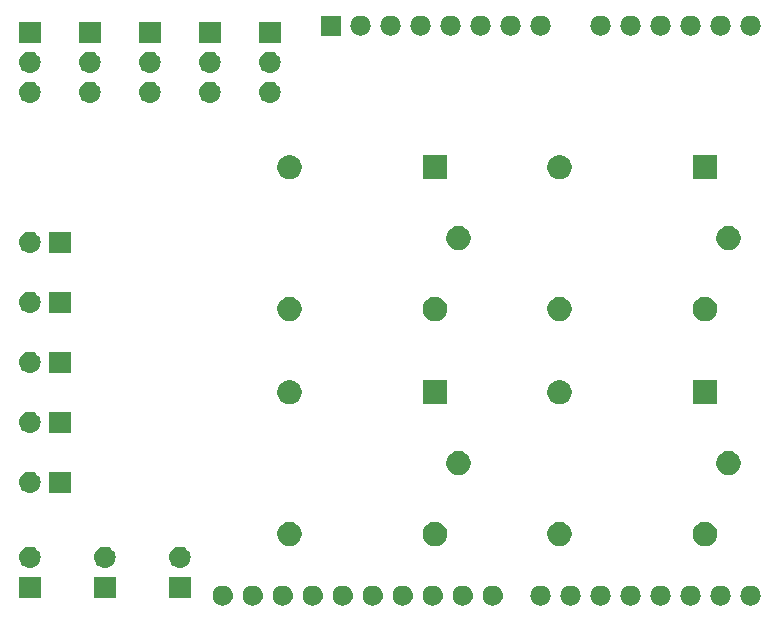
<source format=gbr>
G04 #@! TF.GenerationSoftware,KiCad,Pcbnew,(5.1.2)-1*
G04 #@! TF.CreationDate,2020-05-26T19:14:15-07:00*
G04 #@! TF.ProjectId,MushAuto_UnoShield,4d757368-4175-4746-9f5f-556e6f536869,rev?*
G04 #@! TF.SameCoordinates,Original*
G04 #@! TF.FileFunction,Soldermask,Top*
G04 #@! TF.FilePolarity,Negative*
%FSLAX46Y46*%
G04 Gerber Fmt 4.6, Leading zero omitted, Abs format (unit mm)*
G04 Created by KiCad (PCBNEW (5.1.2)-1) date 2020-05-26 19:14:15*
%MOMM*%
%LPD*%
G04 APERTURE LIST*
%ADD10C,0.100000*%
G04 APERTURE END LIST*
D10*
G36*
X115546823Y-117981313D02*
G01*
X115707242Y-118029976D01*
X115839906Y-118100886D01*
X115855078Y-118108996D01*
X115984659Y-118215341D01*
X116091004Y-118344922D01*
X116091005Y-118344924D01*
X116170024Y-118492758D01*
X116218687Y-118653177D01*
X116235117Y-118820000D01*
X116218687Y-118986823D01*
X116170024Y-119147242D01*
X116099114Y-119279906D01*
X116091004Y-119295078D01*
X115984659Y-119424659D01*
X115855078Y-119531004D01*
X115855076Y-119531005D01*
X115707242Y-119610024D01*
X115546823Y-119658687D01*
X115421804Y-119671000D01*
X115338196Y-119671000D01*
X115213177Y-119658687D01*
X115052758Y-119610024D01*
X114904924Y-119531005D01*
X114904922Y-119531004D01*
X114775341Y-119424659D01*
X114668996Y-119295078D01*
X114660886Y-119279906D01*
X114589976Y-119147242D01*
X114541313Y-118986823D01*
X114524883Y-118820000D01*
X114541313Y-118653177D01*
X114589976Y-118492758D01*
X114668995Y-118344924D01*
X114668996Y-118344922D01*
X114775341Y-118215341D01*
X114904922Y-118108996D01*
X114920094Y-118100886D01*
X115052758Y-118029976D01*
X115213177Y-117981313D01*
X115338196Y-117969000D01*
X115421804Y-117969000D01*
X115546823Y-117981313D01*
X115546823Y-117981313D01*
G37*
G36*
X135866823Y-117981313D02*
G01*
X136027242Y-118029976D01*
X136159906Y-118100886D01*
X136175078Y-118108996D01*
X136304659Y-118215341D01*
X136411004Y-118344922D01*
X136411005Y-118344924D01*
X136490024Y-118492758D01*
X136538687Y-118653177D01*
X136555117Y-118820000D01*
X136538687Y-118986823D01*
X136490024Y-119147242D01*
X136419114Y-119279906D01*
X136411004Y-119295078D01*
X136304659Y-119424659D01*
X136175078Y-119531004D01*
X136175076Y-119531005D01*
X136027242Y-119610024D01*
X135866823Y-119658687D01*
X135741804Y-119671000D01*
X135658196Y-119671000D01*
X135533177Y-119658687D01*
X135372758Y-119610024D01*
X135224924Y-119531005D01*
X135224922Y-119531004D01*
X135095341Y-119424659D01*
X134988996Y-119295078D01*
X134980886Y-119279906D01*
X134909976Y-119147242D01*
X134861313Y-118986823D01*
X134844883Y-118820000D01*
X134861313Y-118653177D01*
X134909976Y-118492758D01*
X134988995Y-118344924D01*
X134988996Y-118344922D01*
X135095341Y-118215341D01*
X135224922Y-118108996D01*
X135240094Y-118100886D01*
X135372758Y-118029976D01*
X135533177Y-117981313D01*
X135658196Y-117969000D01*
X135741804Y-117969000D01*
X135866823Y-117981313D01*
X135866823Y-117981313D01*
G37*
G36*
X160246823Y-117981313D02*
G01*
X160407242Y-118029976D01*
X160539906Y-118100886D01*
X160555078Y-118108996D01*
X160684659Y-118215341D01*
X160791004Y-118344922D01*
X160791005Y-118344924D01*
X160870024Y-118492758D01*
X160918687Y-118653177D01*
X160935117Y-118820000D01*
X160918687Y-118986823D01*
X160870024Y-119147242D01*
X160799114Y-119279906D01*
X160791004Y-119295078D01*
X160684659Y-119424659D01*
X160555078Y-119531004D01*
X160555076Y-119531005D01*
X160407242Y-119610024D01*
X160246823Y-119658687D01*
X160121804Y-119671000D01*
X160038196Y-119671000D01*
X159913177Y-119658687D01*
X159752758Y-119610024D01*
X159604924Y-119531005D01*
X159604922Y-119531004D01*
X159475341Y-119424659D01*
X159368996Y-119295078D01*
X159360886Y-119279906D01*
X159289976Y-119147242D01*
X159241313Y-118986823D01*
X159224883Y-118820000D01*
X159241313Y-118653177D01*
X159289976Y-118492758D01*
X159368995Y-118344924D01*
X159368996Y-118344922D01*
X159475341Y-118215341D01*
X159604922Y-118108996D01*
X159620094Y-118100886D01*
X159752758Y-118029976D01*
X159913177Y-117981313D01*
X160038196Y-117969000D01*
X160121804Y-117969000D01*
X160246823Y-117981313D01*
X160246823Y-117981313D01*
G37*
G36*
X120626823Y-117981313D02*
G01*
X120787242Y-118029976D01*
X120919906Y-118100886D01*
X120935078Y-118108996D01*
X121064659Y-118215341D01*
X121171004Y-118344922D01*
X121171005Y-118344924D01*
X121250024Y-118492758D01*
X121298687Y-118653177D01*
X121315117Y-118820000D01*
X121298687Y-118986823D01*
X121250024Y-119147242D01*
X121179114Y-119279906D01*
X121171004Y-119295078D01*
X121064659Y-119424659D01*
X120935078Y-119531004D01*
X120935076Y-119531005D01*
X120787242Y-119610024D01*
X120626823Y-119658687D01*
X120501804Y-119671000D01*
X120418196Y-119671000D01*
X120293177Y-119658687D01*
X120132758Y-119610024D01*
X119984924Y-119531005D01*
X119984922Y-119531004D01*
X119855341Y-119424659D01*
X119748996Y-119295078D01*
X119740886Y-119279906D01*
X119669976Y-119147242D01*
X119621313Y-118986823D01*
X119604883Y-118820000D01*
X119621313Y-118653177D01*
X119669976Y-118492758D01*
X119748995Y-118344924D01*
X119748996Y-118344922D01*
X119855341Y-118215341D01*
X119984922Y-118108996D01*
X120000094Y-118100886D01*
X120132758Y-118029976D01*
X120293177Y-117981313D01*
X120418196Y-117969000D01*
X120501804Y-117969000D01*
X120626823Y-117981313D01*
X120626823Y-117981313D01*
G37*
G36*
X123166823Y-117981313D02*
G01*
X123327242Y-118029976D01*
X123459906Y-118100886D01*
X123475078Y-118108996D01*
X123604659Y-118215341D01*
X123711004Y-118344922D01*
X123711005Y-118344924D01*
X123790024Y-118492758D01*
X123838687Y-118653177D01*
X123855117Y-118820000D01*
X123838687Y-118986823D01*
X123790024Y-119147242D01*
X123719114Y-119279906D01*
X123711004Y-119295078D01*
X123604659Y-119424659D01*
X123475078Y-119531004D01*
X123475076Y-119531005D01*
X123327242Y-119610024D01*
X123166823Y-119658687D01*
X123041804Y-119671000D01*
X122958196Y-119671000D01*
X122833177Y-119658687D01*
X122672758Y-119610024D01*
X122524924Y-119531005D01*
X122524922Y-119531004D01*
X122395341Y-119424659D01*
X122288996Y-119295078D01*
X122280886Y-119279906D01*
X122209976Y-119147242D01*
X122161313Y-118986823D01*
X122144883Y-118820000D01*
X122161313Y-118653177D01*
X122209976Y-118492758D01*
X122288995Y-118344924D01*
X122288996Y-118344922D01*
X122395341Y-118215341D01*
X122524922Y-118108996D01*
X122540094Y-118100886D01*
X122672758Y-118029976D01*
X122833177Y-117981313D01*
X122958196Y-117969000D01*
X123041804Y-117969000D01*
X123166823Y-117981313D01*
X123166823Y-117981313D01*
G37*
G36*
X125706823Y-117981313D02*
G01*
X125867242Y-118029976D01*
X125999906Y-118100886D01*
X126015078Y-118108996D01*
X126144659Y-118215341D01*
X126251004Y-118344922D01*
X126251005Y-118344924D01*
X126330024Y-118492758D01*
X126378687Y-118653177D01*
X126395117Y-118820000D01*
X126378687Y-118986823D01*
X126330024Y-119147242D01*
X126259114Y-119279906D01*
X126251004Y-119295078D01*
X126144659Y-119424659D01*
X126015078Y-119531004D01*
X126015076Y-119531005D01*
X125867242Y-119610024D01*
X125706823Y-119658687D01*
X125581804Y-119671000D01*
X125498196Y-119671000D01*
X125373177Y-119658687D01*
X125212758Y-119610024D01*
X125064924Y-119531005D01*
X125064922Y-119531004D01*
X124935341Y-119424659D01*
X124828996Y-119295078D01*
X124820886Y-119279906D01*
X124749976Y-119147242D01*
X124701313Y-118986823D01*
X124684883Y-118820000D01*
X124701313Y-118653177D01*
X124749976Y-118492758D01*
X124828995Y-118344924D01*
X124828996Y-118344922D01*
X124935341Y-118215341D01*
X125064922Y-118108996D01*
X125080094Y-118100886D01*
X125212758Y-118029976D01*
X125373177Y-117981313D01*
X125498196Y-117969000D01*
X125581804Y-117969000D01*
X125706823Y-117981313D01*
X125706823Y-117981313D01*
G37*
G36*
X128246823Y-117981313D02*
G01*
X128407242Y-118029976D01*
X128539906Y-118100886D01*
X128555078Y-118108996D01*
X128684659Y-118215341D01*
X128791004Y-118344922D01*
X128791005Y-118344924D01*
X128870024Y-118492758D01*
X128918687Y-118653177D01*
X128935117Y-118820000D01*
X128918687Y-118986823D01*
X128870024Y-119147242D01*
X128799114Y-119279906D01*
X128791004Y-119295078D01*
X128684659Y-119424659D01*
X128555078Y-119531004D01*
X128555076Y-119531005D01*
X128407242Y-119610024D01*
X128246823Y-119658687D01*
X128121804Y-119671000D01*
X128038196Y-119671000D01*
X127913177Y-119658687D01*
X127752758Y-119610024D01*
X127604924Y-119531005D01*
X127604922Y-119531004D01*
X127475341Y-119424659D01*
X127368996Y-119295078D01*
X127360886Y-119279906D01*
X127289976Y-119147242D01*
X127241313Y-118986823D01*
X127224883Y-118820000D01*
X127241313Y-118653177D01*
X127289976Y-118492758D01*
X127368995Y-118344924D01*
X127368996Y-118344922D01*
X127475341Y-118215341D01*
X127604922Y-118108996D01*
X127620094Y-118100886D01*
X127752758Y-118029976D01*
X127913177Y-117981313D01*
X128038196Y-117969000D01*
X128121804Y-117969000D01*
X128246823Y-117981313D01*
X128246823Y-117981313D01*
G37*
G36*
X130786823Y-117981313D02*
G01*
X130947242Y-118029976D01*
X131079906Y-118100886D01*
X131095078Y-118108996D01*
X131224659Y-118215341D01*
X131331004Y-118344922D01*
X131331005Y-118344924D01*
X131410024Y-118492758D01*
X131458687Y-118653177D01*
X131475117Y-118820000D01*
X131458687Y-118986823D01*
X131410024Y-119147242D01*
X131339114Y-119279906D01*
X131331004Y-119295078D01*
X131224659Y-119424659D01*
X131095078Y-119531004D01*
X131095076Y-119531005D01*
X130947242Y-119610024D01*
X130786823Y-119658687D01*
X130661804Y-119671000D01*
X130578196Y-119671000D01*
X130453177Y-119658687D01*
X130292758Y-119610024D01*
X130144924Y-119531005D01*
X130144922Y-119531004D01*
X130015341Y-119424659D01*
X129908996Y-119295078D01*
X129900886Y-119279906D01*
X129829976Y-119147242D01*
X129781313Y-118986823D01*
X129764883Y-118820000D01*
X129781313Y-118653177D01*
X129829976Y-118492758D01*
X129908995Y-118344924D01*
X129908996Y-118344922D01*
X130015341Y-118215341D01*
X130144922Y-118108996D01*
X130160094Y-118100886D01*
X130292758Y-118029976D01*
X130453177Y-117981313D01*
X130578196Y-117969000D01*
X130661804Y-117969000D01*
X130786823Y-117981313D01*
X130786823Y-117981313D01*
G37*
G36*
X133326823Y-117981313D02*
G01*
X133487242Y-118029976D01*
X133619906Y-118100886D01*
X133635078Y-118108996D01*
X133764659Y-118215341D01*
X133871004Y-118344922D01*
X133871005Y-118344924D01*
X133950024Y-118492758D01*
X133998687Y-118653177D01*
X134015117Y-118820000D01*
X133998687Y-118986823D01*
X133950024Y-119147242D01*
X133879114Y-119279906D01*
X133871004Y-119295078D01*
X133764659Y-119424659D01*
X133635078Y-119531004D01*
X133635076Y-119531005D01*
X133487242Y-119610024D01*
X133326823Y-119658687D01*
X133201804Y-119671000D01*
X133118196Y-119671000D01*
X132993177Y-119658687D01*
X132832758Y-119610024D01*
X132684924Y-119531005D01*
X132684922Y-119531004D01*
X132555341Y-119424659D01*
X132448996Y-119295078D01*
X132440886Y-119279906D01*
X132369976Y-119147242D01*
X132321313Y-118986823D01*
X132304883Y-118820000D01*
X132321313Y-118653177D01*
X132369976Y-118492758D01*
X132448995Y-118344924D01*
X132448996Y-118344922D01*
X132555341Y-118215341D01*
X132684922Y-118108996D01*
X132700094Y-118100886D01*
X132832758Y-118029976D01*
X132993177Y-117981313D01*
X133118196Y-117969000D01*
X133201804Y-117969000D01*
X133326823Y-117981313D01*
X133326823Y-117981313D01*
G37*
G36*
X157706823Y-117981313D02*
G01*
X157867242Y-118029976D01*
X157999906Y-118100886D01*
X158015078Y-118108996D01*
X158144659Y-118215341D01*
X158251004Y-118344922D01*
X158251005Y-118344924D01*
X158330024Y-118492758D01*
X158378687Y-118653177D01*
X158395117Y-118820000D01*
X158378687Y-118986823D01*
X158330024Y-119147242D01*
X158259114Y-119279906D01*
X158251004Y-119295078D01*
X158144659Y-119424659D01*
X158015078Y-119531004D01*
X158015076Y-119531005D01*
X157867242Y-119610024D01*
X157706823Y-119658687D01*
X157581804Y-119671000D01*
X157498196Y-119671000D01*
X157373177Y-119658687D01*
X157212758Y-119610024D01*
X157064924Y-119531005D01*
X157064922Y-119531004D01*
X156935341Y-119424659D01*
X156828996Y-119295078D01*
X156820886Y-119279906D01*
X156749976Y-119147242D01*
X156701313Y-118986823D01*
X156684883Y-118820000D01*
X156701313Y-118653177D01*
X156749976Y-118492758D01*
X156828995Y-118344924D01*
X156828996Y-118344922D01*
X156935341Y-118215341D01*
X157064922Y-118108996D01*
X157080094Y-118100886D01*
X157212758Y-118029976D01*
X157373177Y-117981313D01*
X157498196Y-117969000D01*
X157581804Y-117969000D01*
X157706823Y-117981313D01*
X157706823Y-117981313D01*
G37*
G36*
X142466823Y-117981313D02*
G01*
X142627242Y-118029976D01*
X142759906Y-118100886D01*
X142775078Y-118108996D01*
X142904659Y-118215341D01*
X143011004Y-118344922D01*
X143011005Y-118344924D01*
X143090024Y-118492758D01*
X143138687Y-118653177D01*
X143155117Y-118820000D01*
X143138687Y-118986823D01*
X143090024Y-119147242D01*
X143019114Y-119279906D01*
X143011004Y-119295078D01*
X142904659Y-119424659D01*
X142775078Y-119531004D01*
X142775076Y-119531005D01*
X142627242Y-119610024D01*
X142466823Y-119658687D01*
X142341804Y-119671000D01*
X142258196Y-119671000D01*
X142133177Y-119658687D01*
X141972758Y-119610024D01*
X141824924Y-119531005D01*
X141824922Y-119531004D01*
X141695341Y-119424659D01*
X141588996Y-119295078D01*
X141580886Y-119279906D01*
X141509976Y-119147242D01*
X141461313Y-118986823D01*
X141444883Y-118820000D01*
X141461313Y-118653177D01*
X141509976Y-118492758D01*
X141588995Y-118344924D01*
X141588996Y-118344922D01*
X141695341Y-118215341D01*
X141824922Y-118108996D01*
X141840094Y-118100886D01*
X141972758Y-118029976D01*
X142133177Y-117981313D01*
X142258196Y-117969000D01*
X142341804Y-117969000D01*
X142466823Y-117981313D01*
X142466823Y-117981313D01*
G37*
G36*
X145006823Y-117981313D02*
G01*
X145167242Y-118029976D01*
X145299906Y-118100886D01*
X145315078Y-118108996D01*
X145444659Y-118215341D01*
X145551004Y-118344922D01*
X145551005Y-118344924D01*
X145630024Y-118492758D01*
X145678687Y-118653177D01*
X145695117Y-118820000D01*
X145678687Y-118986823D01*
X145630024Y-119147242D01*
X145559114Y-119279906D01*
X145551004Y-119295078D01*
X145444659Y-119424659D01*
X145315078Y-119531004D01*
X145315076Y-119531005D01*
X145167242Y-119610024D01*
X145006823Y-119658687D01*
X144881804Y-119671000D01*
X144798196Y-119671000D01*
X144673177Y-119658687D01*
X144512758Y-119610024D01*
X144364924Y-119531005D01*
X144364922Y-119531004D01*
X144235341Y-119424659D01*
X144128996Y-119295078D01*
X144120886Y-119279906D01*
X144049976Y-119147242D01*
X144001313Y-118986823D01*
X143984883Y-118820000D01*
X144001313Y-118653177D01*
X144049976Y-118492758D01*
X144128995Y-118344924D01*
X144128996Y-118344922D01*
X144235341Y-118215341D01*
X144364922Y-118108996D01*
X144380094Y-118100886D01*
X144512758Y-118029976D01*
X144673177Y-117981313D01*
X144798196Y-117969000D01*
X144881804Y-117969000D01*
X145006823Y-117981313D01*
X145006823Y-117981313D01*
G37*
G36*
X147546823Y-117981313D02*
G01*
X147707242Y-118029976D01*
X147839906Y-118100886D01*
X147855078Y-118108996D01*
X147984659Y-118215341D01*
X148091004Y-118344922D01*
X148091005Y-118344924D01*
X148170024Y-118492758D01*
X148218687Y-118653177D01*
X148235117Y-118820000D01*
X148218687Y-118986823D01*
X148170024Y-119147242D01*
X148099114Y-119279906D01*
X148091004Y-119295078D01*
X147984659Y-119424659D01*
X147855078Y-119531004D01*
X147855076Y-119531005D01*
X147707242Y-119610024D01*
X147546823Y-119658687D01*
X147421804Y-119671000D01*
X147338196Y-119671000D01*
X147213177Y-119658687D01*
X147052758Y-119610024D01*
X146904924Y-119531005D01*
X146904922Y-119531004D01*
X146775341Y-119424659D01*
X146668996Y-119295078D01*
X146660886Y-119279906D01*
X146589976Y-119147242D01*
X146541313Y-118986823D01*
X146524883Y-118820000D01*
X146541313Y-118653177D01*
X146589976Y-118492758D01*
X146668995Y-118344924D01*
X146668996Y-118344922D01*
X146775341Y-118215341D01*
X146904922Y-118108996D01*
X146920094Y-118100886D01*
X147052758Y-118029976D01*
X147213177Y-117981313D01*
X147338196Y-117969000D01*
X147421804Y-117969000D01*
X147546823Y-117981313D01*
X147546823Y-117981313D01*
G37*
G36*
X150086823Y-117981313D02*
G01*
X150247242Y-118029976D01*
X150379906Y-118100886D01*
X150395078Y-118108996D01*
X150524659Y-118215341D01*
X150631004Y-118344922D01*
X150631005Y-118344924D01*
X150710024Y-118492758D01*
X150758687Y-118653177D01*
X150775117Y-118820000D01*
X150758687Y-118986823D01*
X150710024Y-119147242D01*
X150639114Y-119279906D01*
X150631004Y-119295078D01*
X150524659Y-119424659D01*
X150395078Y-119531004D01*
X150395076Y-119531005D01*
X150247242Y-119610024D01*
X150086823Y-119658687D01*
X149961804Y-119671000D01*
X149878196Y-119671000D01*
X149753177Y-119658687D01*
X149592758Y-119610024D01*
X149444924Y-119531005D01*
X149444922Y-119531004D01*
X149315341Y-119424659D01*
X149208996Y-119295078D01*
X149200886Y-119279906D01*
X149129976Y-119147242D01*
X149081313Y-118986823D01*
X149064883Y-118820000D01*
X149081313Y-118653177D01*
X149129976Y-118492758D01*
X149208995Y-118344924D01*
X149208996Y-118344922D01*
X149315341Y-118215341D01*
X149444922Y-118108996D01*
X149460094Y-118100886D01*
X149592758Y-118029976D01*
X149753177Y-117981313D01*
X149878196Y-117969000D01*
X149961804Y-117969000D01*
X150086823Y-117981313D01*
X150086823Y-117981313D01*
G37*
G36*
X152626823Y-117981313D02*
G01*
X152787242Y-118029976D01*
X152919906Y-118100886D01*
X152935078Y-118108996D01*
X153064659Y-118215341D01*
X153171004Y-118344922D01*
X153171005Y-118344924D01*
X153250024Y-118492758D01*
X153298687Y-118653177D01*
X153315117Y-118820000D01*
X153298687Y-118986823D01*
X153250024Y-119147242D01*
X153179114Y-119279906D01*
X153171004Y-119295078D01*
X153064659Y-119424659D01*
X152935078Y-119531004D01*
X152935076Y-119531005D01*
X152787242Y-119610024D01*
X152626823Y-119658687D01*
X152501804Y-119671000D01*
X152418196Y-119671000D01*
X152293177Y-119658687D01*
X152132758Y-119610024D01*
X151984924Y-119531005D01*
X151984922Y-119531004D01*
X151855341Y-119424659D01*
X151748996Y-119295078D01*
X151740886Y-119279906D01*
X151669976Y-119147242D01*
X151621313Y-118986823D01*
X151604883Y-118820000D01*
X151621313Y-118653177D01*
X151669976Y-118492758D01*
X151748995Y-118344924D01*
X151748996Y-118344922D01*
X151855341Y-118215341D01*
X151984922Y-118108996D01*
X152000094Y-118100886D01*
X152132758Y-118029976D01*
X152293177Y-117981313D01*
X152418196Y-117969000D01*
X152501804Y-117969000D01*
X152626823Y-117981313D01*
X152626823Y-117981313D01*
G37*
G36*
X155166823Y-117981313D02*
G01*
X155327242Y-118029976D01*
X155459906Y-118100886D01*
X155475078Y-118108996D01*
X155604659Y-118215341D01*
X155711004Y-118344922D01*
X155711005Y-118344924D01*
X155790024Y-118492758D01*
X155838687Y-118653177D01*
X155855117Y-118820000D01*
X155838687Y-118986823D01*
X155790024Y-119147242D01*
X155719114Y-119279906D01*
X155711004Y-119295078D01*
X155604659Y-119424659D01*
X155475078Y-119531004D01*
X155475076Y-119531005D01*
X155327242Y-119610024D01*
X155166823Y-119658687D01*
X155041804Y-119671000D01*
X154958196Y-119671000D01*
X154833177Y-119658687D01*
X154672758Y-119610024D01*
X154524924Y-119531005D01*
X154524922Y-119531004D01*
X154395341Y-119424659D01*
X154288996Y-119295078D01*
X154280886Y-119279906D01*
X154209976Y-119147242D01*
X154161313Y-118986823D01*
X154144883Y-118820000D01*
X154161313Y-118653177D01*
X154209976Y-118492758D01*
X154288995Y-118344924D01*
X154288996Y-118344922D01*
X154395341Y-118215341D01*
X154524922Y-118108996D01*
X154540094Y-118100886D01*
X154672758Y-118029976D01*
X154833177Y-117981313D01*
X154958196Y-117969000D01*
X155041804Y-117969000D01*
X155166823Y-117981313D01*
X155166823Y-117981313D01*
G37*
G36*
X118086823Y-117981313D02*
G01*
X118247242Y-118029976D01*
X118379906Y-118100886D01*
X118395078Y-118108996D01*
X118524659Y-118215341D01*
X118631004Y-118344922D01*
X118631005Y-118344924D01*
X118710024Y-118492758D01*
X118758687Y-118653177D01*
X118775117Y-118820000D01*
X118758687Y-118986823D01*
X118710024Y-119147242D01*
X118639114Y-119279906D01*
X118631004Y-119295078D01*
X118524659Y-119424659D01*
X118395078Y-119531004D01*
X118395076Y-119531005D01*
X118247242Y-119610024D01*
X118086823Y-119658687D01*
X117961804Y-119671000D01*
X117878196Y-119671000D01*
X117753177Y-119658687D01*
X117592758Y-119610024D01*
X117444924Y-119531005D01*
X117444922Y-119531004D01*
X117315341Y-119424659D01*
X117208996Y-119295078D01*
X117200886Y-119279906D01*
X117129976Y-119147242D01*
X117081313Y-118986823D01*
X117064883Y-118820000D01*
X117081313Y-118653177D01*
X117129976Y-118492758D01*
X117208995Y-118344924D01*
X117208996Y-118344922D01*
X117315341Y-118215341D01*
X117444922Y-118108996D01*
X117460094Y-118100886D01*
X117592758Y-118029976D01*
X117753177Y-117981313D01*
X117878196Y-117969000D01*
X117961804Y-117969000D01*
X118086823Y-117981313D01*
X118086823Y-117981313D01*
G37*
G36*
X138406823Y-117981313D02*
G01*
X138567242Y-118029976D01*
X138699906Y-118100886D01*
X138715078Y-118108996D01*
X138844659Y-118215341D01*
X138951004Y-118344922D01*
X138951005Y-118344924D01*
X139030024Y-118492758D01*
X139078687Y-118653177D01*
X139095117Y-118820000D01*
X139078687Y-118986823D01*
X139030024Y-119147242D01*
X138959114Y-119279906D01*
X138951004Y-119295078D01*
X138844659Y-119424659D01*
X138715078Y-119531004D01*
X138715076Y-119531005D01*
X138567242Y-119610024D01*
X138406823Y-119658687D01*
X138281804Y-119671000D01*
X138198196Y-119671000D01*
X138073177Y-119658687D01*
X137912758Y-119610024D01*
X137764924Y-119531005D01*
X137764922Y-119531004D01*
X137635341Y-119424659D01*
X137528996Y-119295078D01*
X137520886Y-119279906D01*
X137449976Y-119147242D01*
X137401313Y-118986823D01*
X137384883Y-118820000D01*
X137401313Y-118653177D01*
X137449976Y-118492758D01*
X137528995Y-118344924D01*
X137528996Y-118344922D01*
X137635341Y-118215341D01*
X137764922Y-118108996D01*
X137780094Y-118100886D01*
X137912758Y-118029976D01*
X138073177Y-117981313D01*
X138198196Y-117969000D01*
X138281804Y-117969000D01*
X138406823Y-117981313D01*
X138406823Y-117981313D01*
G37*
G36*
X112661000Y-119011000D02*
G01*
X110859000Y-119011000D01*
X110859000Y-117209000D01*
X112661000Y-117209000D01*
X112661000Y-119011000D01*
X112661000Y-119011000D01*
G37*
G36*
X99961000Y-119011000D02*
G01*
X98159000Y-119011000D01*
X98159000Y-117209000D01*
X99961000Y-117209000D01*
X99961000Y-119011000D01*
X99961000Y-119011000D01*
G37*
G36*
X106311000Y-119011000D02*
G01*
X104509000Y-119011000D01*
X104509000Y-117209000D01*
X106311000Y-117209000D01*
X106311000Y-119011000D01*
X106311000Y-119011000D01*
G37*
G36*
X105520443Y-114675519D02*
G01*
X105586627Y-114682037D01*
X105756466Y-114733557D01*
X105912991Y-114817222D01*
X105948729Y-114846552D01*
X106050186Y-114929814D01*
X106133448Y-115031271D01*
X106162778Y-115067009D01*
X106246443Y-115223534D01*
X106297963Y-115393373D01*
X106315359Y-115570000D01*
X106297963Y-115746627D01*
X106246443Y-115916466D01*
X106162778Y-116072991D01*
X106133448Y-116108729D01*
X106050186Y-116210186D01*
X105948729Y-116293448D01*
X105912991Y-116322778D01*
X105756466Y-116406443D01*
X105586627Y-116457963D01*
X105520442Y-116464482D01*
X105454260Y-116471000D01*
X105365740Y-116471000D01*
X105299558Y-116464482D01*
X105233373Y-116457963D01*
X105063534Y-116406443D01*
X104907009Y-116322778D01*
X104871271Y-116293448D01*
X104769814Y-116210186D01*
X104686552Y-116108729D01*
X104657222Y-116072991D01*
X104573557Y-115916466D01*
X104522037Y-115746627D01*
X104504641Y-115570000D01*
X104522037Y-115393373D01*
X104573557Y-115223534D01*
X104657222Y-115067009D01*
X104686552Y-115031271D01*
X104769814Y-114929814D01*
X104871271Y-114846552D01*
X104907009Y-114817222D01*
X105063534Y-114733557D01*
X105233373Y-114682037D01*
X105299557Y-114675519D01*
X105365740Y-114669000D01*
X105454260Y-114669000D01*
X105520443Y-114675519D01*
X105520443Y-114675519D01*
G37*
G36*
X111870443Y-114675519D02*
G01*
X111936627Y-114682037D01*
X112106466Y-114733557D01*
X112262991Y-114817222D01*
X112298729Y-114846552D01*
X112400186Y-114929814D01*
X112483448Y-115031271D01*
X112512778Y-115067009D01*
X112596443Y-115223534D01*
X112647963Y-115393373D01*
X112665359Y-115570000D01*
X112647963Y-115746627D01*
X112596443Y-115916466D01*
X112512778Y-116072991D01*
X112483448Y-116108729D01*
X112400186Y-116210186D01*
X112298729Y-116293448D01*
X112262991Y-116322778D01*
X112106466Y-116406443D01*
X111936627Y-116457963D01*
X111870442Y-116464482D01*
X111804260Y-116471000D01*
X111715740Y-116471000D01*
X111649558Y-116464482D01*
X111583373Y-116457963D01*
X111413534Y-116406443D01*
X111257009Y-116322778D01*
X111221271Y-116293448D01*
X111119814Y-116210186D01*
X111036552Y-116108729D01*
X111007222Y-116072991D01*
X110923557Y-115916466D01*
X110872037Y-115746627D01*
X110854641Y-115570000D01*
X110872037Y-115393373D01*
X110923557Y-115223534D01*
X111007222Y-115067009D01*
X111036552Y-115031271D01*
X111119814Y-114929814D01*
X111221271Y-114846552D01*
X111257009Y-114817222D01*
X111413534Y-114733557D01*
X111583373Y-114682037D01*
X111649557Y-114675519D01*
X111715740Y-114669000D01*
X111804260Y-114669000D01*
X111870443Y-114675519D01*
X111870443Y-114675519D01*
G37*
G36*
X99170443Y-114675519D02*
G01*
X99236627Y-114682037D01*
X99406466Y-114733557D01*
X99562991Y-114817222D01*
X99598729Y-114846552D01*
X99700186Y-114929814D01*
X99783448Y-115031271D01*
X99812778Y-115067009D01*
X99896443Y-115223534D01*
X99947963Y-115393373D01*
X99965359Y-115570000D01*
X99947963Y-115746627D01*
X99896443Y-115916466D01*
X99812778Y-116072991D01*
X99783448Y-116108729D01*
X99700186Y-116210186D01*
X99598729Y-116293448D01*
X99562991Y-116322778D01*
X99406466Y-116406443D01*
X99236627Y-116457963D01*
X99170442Y-116464482D01*
X99104260Y-116471000D01*
X99015740Y-116471000D01*
X98949558Y-116464482D01*
X98883373Y-116457963D01*
X98713534Y-116406443D01*
X98557009Y-116322778D01*
X98521271Y-116293448D01*
X98419814Y-116210186D01*
X98336552Y-116108729D01*
X98307222Y-116072991D01*
X98223557Y-115916466D01*
X98172037Y-115746627D01*
X98154641Y-115570000D01*
X98172037Y-115393373D01*
X98223557Y-115223534D01*
X98307222Y-115067009D01*
X98336552Y-115031271D01*
X98419814Y-114929814D01*
X98521271Y-114846552D01*
X98557009Y-114817222D01*
X98713534Y-114733557D01*
X98883373Y-114682037D01*
X98949557Y-114675519D01*
X99015740Y-114669000D01*
X99104260Y-114669000D01*
X99170443Y-114675519D01*
X99170443Y-114675519D01*
G37*
G36*
X144209272Y-112613428D02*
G01*
X144395991Y-112690770D01*
X144395993Y-112690771D01*
X144564037Y-112803054D01*
X144706946Y-112945963D01*
X144819229Y-113114007D01*
X144819230Y-113114009D01*
X144896572Y-113300728D01*
X144936000Y-113498947D01*
X144936000Y-113701053D01*
X144896572Y-113899272D01*
X144819230Y-114085991D01*
X144819229Y-114085993D01*
X144706946Y-114254037D01*
X144564037Y-114396946D01*
X144395993Y-114509229D01*
X144395992Y-114509230D01*
X144395991Y-114509230D01*
X144209272Y-114586572D01*
X144011053Y-114626000D01*
X143808947Y-114626000D01*
X143610728Y-114586572D01*
X143424009Y-114509230D01*
X143424008Y-114509230D01*
X143424007Y-114509229D01*
X143255963Y-114396946D01*
X143113054Y-114254037D01*
X143000771Y-114085993D01*
X143000770Y-114085991D01*
X142923428Y-113899272D01*
X142884000Y-113701053D01*
X142884000Y-113498947D01*
X142923428Y-113300728D01*
X143000770Y-113114009D01*
X143000771Y-113114007D01*
X143113054Y-112945963D01*
X143255963Y-112803054D01*
X143424007Y-112690771D01*
X143424009Y-112690770D01*
X143610728Y-112613428D01*
X143808947Y-112574000D01*
X144011053Y-112574000D01*
X144209272Y-112613428D01*
X144209272Y-112613428D01*
G37*
G36*
X156509272Y-112613428D02*
G01*
X156695991Y-112690770D01*
X156695993Y-112690771D01*
X156864037Y-112803054D01*
X157006946Y-112945963D01*
X157119229Y-113114007D01*
X157119230Y-113114009D01*
X157196572Y-113300728D01*
X157236000Y-113498947D01*
X157236000Y-113701053D01*
X157196572Y-113899272D01*
X157119230Y-114085991D01*
X157119229Y-114085993D01*
X157006946Y-114254037D01*
X156864037Y-114396946D01*
X156695993Y-114509229D01*
X156695992Y-114509230D01*
X156695991Y-114509230D01*
X156509272Y-114586572D01*
X156311053Y-114626000D01*
X156108947Y-114626000D01*
X155910728Y-114586572D01*
X155724009Y-114509230D01*
X155724008Y-114509230D01*
X155724007Y-114509229D01*
X155555963Y-114396946D01*
X155413054Y-114254037D01*
X155300771Y-114085993D01*
X155300770Y-114085991D01*
X155223428Y-113899272D01*
X155184000Y-113701053D01*
X155184000Y-113498947D01*
X155223428Y-113300728D01*
X155300770Y-113114009D01*
X155300771Y-113114007D01*
X155413054Y-112945963D01*
X155555963Y-112803054D01*
X155724007Y-112690771D01*
X155724009Y-112690770D01*
X155910728Y-112613428D01*
X156108947Y-112574000D01*
X156311053Y-112574000D01*
X156509272Y-112613428D01*
X156509272Y-112613428D01*
G37*
G36*
X133649272Y-112613428D02*
G01*
X133835991Y-112690770D01*
X133835993Y-112690771D01*
X134004037Y-112803054D01*
X134146946Y-112945963D01*
X134259229Y-113114007D01*
X134259230Y-113114009D01*
X134336572Y-113300728D01*
X134376000Y-113498947D01*
X134376000Y-113701053D01*
X134336572Y-113899272D01*
X134259230Y-114085991D01*
X134259229Y-114085993D01*
X134146946Y-114254037D01*
X134004037Y-114396946D01*
X133835993Y-114509229D01*
X133835992Y-114509230D01*
X133835991Y-114509230D01*
X133649272Y-114586572D01*
X133451053Y-114626000D01*
X133248947Y-114626000D01*
X133050728Y-114586572D01*
X132864009Y-114509230D01*
X132864008Y-114509230D01*
X132864007Y-114509229D01*
X132695963Y-114396946D01*
X132553054Y-114254037D01*
X132440771Y-114085993D01*
X132440770Y-114085991D01*
X132363428Y-113899272D01*
X132324000Y-113701053D01*
X132324000Y-113498947D01*
X132363428Y-113300728D01*
X132440770Y-113114009D01*
X132440771Y-113114007D01*
X132553054Y-112945963D01*
X132695963Y-112803054D01*
X132864007Y-112690771D01*
X132864009Y-112690770D01*
X133050728Y-112613428D01*
X133248947Y-112574000D01*
X133451053Y-112574000D01*
X133649272Y-112613428D01*
X133649272Y-112613428D01*
G37*
G36*
X121349272Y-112613428D02*
G01*
X121535991Y-112690770D01*
X121535993Y-112690771D01*
X121704037Y-112803054D01*
X121846946Y-112945963D01*
X121959229Y-113114007D01*
X121959230Y-113114009D01*
X122036572Y-113300728D01*
X122076000Y-113498947D01*
X122076000Y-113701053D01*
X122036572Y-113899272D01*
X121959230Y-114085991D01*
X121959229Y-114085993D01*
X121846946Y-114254037D01*
X121704037Y-114396946D01*
X121535993Y-114509229D01*
X121535992Y-114509230D01*
X121535991Y-114509230D01*
X121349272Y-114586572D01*
X121151053Y-114626000D01*
X120948947Y-114626000D01*
X120750728Y-114586572D01*
X120564009Y-114509230D01*
X120564008Y-114509230D01*
X120564007Y-114509229D01*
X120395963Y-114396946D01*
X120253054Y-114254037D01*
X120140771Y-114085993D01*
X120140770Y-114085991D01*
X120063428Y-113899272D01*
X120024000Y-113701053D01*
X120024000Y-113498947D01*
X120063428Y-113300728D01*
X120140770Y-113114009D01*
X120140771Y-113114007D01*
X120253054Y-112945963D01*
X120395963Y-112803054D01*
X120564007Y-112690771D01*
X120564009Y-112690770D01*
X120750728Y-112613428D01*
X120948947Y-112574000D01*
X121151053Y-112574000D01*
X121349272Y-112613428D01*
X121349272Y-112613428D01*
G37*
G36*
X102501000Y-110121000D02*
G01*
X100699000Y-110121000D01*
X100699000Y-108319000D01*
X102501000Y-108319000D01*
X102501000Y-110121000D01*
X102501000Y-110121000D01*
G37*
G36*
X99170443Y-108325519D02*
G01*
X99236627Y-108332037D01*
X99406466Y-108383557D01*
X99562991Y-108467222D01*
X99598729Y-108496552D01*
X99700186Y-108579814D01*
X99783448Y-108681271D01*
X99812778Y-108717009D01*
X99896443Y-108873534D01*
X99947963Y-109043373D01*
X99965359Y-109220000D01*
X99947963Y-109396627D01*
X99896443Y-109566466D01*
X99812778Y-109722991D01*
X99783448Y-109758729D01*
X99700186Y-109860186D01*
X99598729Y-109943448D01*
X99562991Y-109972778D01*
X99406466Y-110056443D01*
X99236627Y-110107963D01*
X99170443Y-110114481D01*
X99104260Y-110121000D01*
X99015740Y-110121000D01*
X98949557Y-110114481D01*
X98883373Y-110107963D01*
X98713534Y-110056443D01*
X98557009Y-109972778D01*
X98521271Y-109943448D01*
X98419814Y-109860186D01*
X98336552Y-109758729D01*
X98307222Y-109722991D01*
X98223557Y-109566466D01*
X98172037Y-109396627D01*
X98154641Y-109220000D01*
X98172037Y-109043373D01*
X98223557Y-108873534D01*
X98307222Y-108717009D01*
X98336552Y-108681271D01*
X98419814Y-108579814D01*
X98521271Y-108496552D01*
X98557009Y-108467222D01*
X98713534Y-108383557D01*
X98883373Y-108332037D01*
X98949557Y-108325519D01*
X99015740Y-108319000D01*
X99104260Y-108319000D01*
X99170443Y-108325519D01*
X99170443Y-108325519D01*
G37*
G36*
X135649272Y-106613428D02*
G01*
X135835991Y-106690770D01*
X135835993Y-106690771D01*
X136004037Y-106803054D01*
X136146946Y-106945963D01*
X136259229Y-107114007D01*
X136259230Y-107114009D01*
X136336572Y-107300728D01*
X136376000Y-107498947D01*
X136376000Y-107701053D01*
X136336572Y-107899272D01*
X136259230Y-108085991D01*
X136259229Y-108085993D01*
X136146946Y-108254037D01*
X136004037Y-108396946D01*
X135835993Y-108509229D01*
X135835992Y-108509230D01*
X135835991Y-108509230D01*
X135649272Y-108586572D01*
X135451053Y-108626000D01*
X135248947Y-108626000D01*
X135050728Y-108586572D01*
X134864009Y-108509230D01*
X134864008Y-108509230D01*
X134864007Y-108509229D01*
X134695963Y-108396946D01*
X134553054Y-108254037D01*
X134440771Y-108085993D01*
X134440770Y-108085991D01*
X134363428Y-107899272D01*
X134324000Y-107701053D01*
X134324000Y-107498947D01*
X134363428Y-107300728D01*
X134440770Y-107114009D01*
X134440771Y-107114007D01*
X134553054Y-106945963D01*
X134695963Y-106803054D01*
X134864007Y-106690771D01*
X134864009Y-106690770D01*
X135050728Y-106613428D01*
X135248947Y-106574000D01*
X135451053Y-106574000D01*
X135649272Y-106613428D01*
X135649272Y-106613428D01*
G37*
G36*
X158509272Y-106613428D02*
G01*
X158695991Y-106690770D01*
X158695993Y-106690771D01*
X158864037Y-106803054D01*
X159006946Y-106945963D01*
X159119229Y-107114007D01*
X159119230Y-107114009D01*
X159196572Y-107300728D01*
X159236000Y-107498947D01*
X159236000Y-107701053D01*
X159196572Y-107899272D01*
X159119230Y-108085991D01*
X159119229Y-108085993D01*
X159006946Y-108254037D01*
X158864037Y-108396946D01*
X158695993Y-108509229D01*
X158695992Y-108509230D01*
X158695991Y-108509230D01*
X158509272Y-108586572D01*
X158311053Y-108626000D01*
X158108947Y-108626000D01*
X157910728Y-108586572D01*
X157724009Y-108509230D01*
X157724008Y-108509230D01*
X157724007Y-108509229D01*
X157555963Y-108396946D01*
X157413054Y-108254037D01*
X157300771Y-108085993D01*
X157300770Y-108085991D01*
X157223428Y-107899272D01*
X157184000Y-107701053D01*
X157184000Y-107498947D01*
X157223428Y-107300728D01*
X157300770Y-107114009D01*
X157300771Y-107114007D01*
X157413054Y-106945963D01*
X157555963Y-106803054D01*
X157724007Y-106690771D01*
X157724009Y-106690770D01*
X157910728Y-106613428D01*
X158108947Y-106574000D01*
X158311053Y-106574000D01*
X158509272Y-106613428D01*
X158509272Y-106613428D01*
G37*
G36*
X102501000Y-105041000D02*
G01*
X100699000Y-105041000D01*
X100699000Y-103239000D01*
X102501000Y-103239000D01*
X102501000Y-105041000D01*
X102501000Y-105041000D01*
G37*
G36*
X99170443Y-103245519D02*
G01*
X99236627Y-103252037D01*
X99406466Y-103303557D01*
X99562991Y-103387222D01*
X99598729Y-103416552D01*
X99700186Y-103499814D01*
X99783448Y-103601271D01*
X99812778Y-103637009D01*
X99896443Y-103793534D01*
X99947963Y-103963373D01*
X99965359Y-104140000D01*
X99947963Y-104316627D01*
X99896443Y-104486466D01*
X99812778Y-104642991D01*
X99783448Y-104678729D01*
X99700186Y-104780186D01*
X99598729Y-104863448D01*
X99562991Y-104892778D01*
X99406466Y-104976443D01*
X99236627Y-105027963D01*
X99170442Y-105034482D01*
X99104260Y-105041000D01*
X99015740Y-105041000D01*
X98949557Y-105034481D01*
X98883373Y-105027963D01*
X98713534Y-104976443D01*
X98557009Y-104892778D01*
X98521271Y-104863448D01*
X98419814Y-104780186D01*
X98336552Y-104678729D01*
X98307222Y-104642991D01*
X98223557Y-104486466D01*
X98172037Y-104316627D01*
X98154641Y-104140000D01*
X98172037Y-103963373D01*
X98223557Y-103793534D01*
X98307222Y-103637009D01*
X98336552Y-103601271D01*
X98419814Y-103499814D01*
X98521271Y-103416552D01*
X98557009Y-103387222D01*
X98713534Y-103303557D01*
X98883373Y-103252037D01*
X98949558Y-103245518D01*
X99015740Y-103239000D01*
X99104260Y-103239000D01*
X99170443Y-103245519D01*
X99170443Y-103245519D01*
G37*
G36*
X157236000Y-102626000D02*
G01*
X155184000Y-102626000D01*
X155184000Y-100574000D01*
X157236000Y-100574000D01*
X157236000Y-102626000D01*
X157236000Y-102626000D01*
G37*
G36*
X144209272Y-100613428D02*
G01*
X144395991Y-100690770D01*
X144395993Y-100690771D01*
X144564037Y-100803054D01*
X144706946Y-100945963D01*
X144819229Y-101114007D01*
X144819230Y-101114009D01*
X144896572Y-101300728D01*
X144936000Y-101498947D01*
X144936000Y-101701053D01*
X144896572Y-101899272D01*
X144819230Y-102085991D01*
X144819229Y-102085993D01*
X144706946Y-102254037D01*
X144564037Y-102396946D01*
X144395993Y-102509229D01*
X144395992Y-102509230D01*
X144395991Y-102509230D01*
X144209272Y-102586572D01*
X144011053Y-102626000D01*
X143808947Y-102626000D01*
X143610728Y-102586572D01*
X143424009Y-102509230D01*
X143424008Y-102509230D01*
X143424007Y-102509229D01*
X143255963Y-102396946D01*
X143113054Y-102254037D01*
X143000771Y-102085993D01*
X143000770Y-102085991D01*
X142923428Y-101899272D01*
X142884000Y-101701053D01*
X142884000Y-101498947D01*
X142923428Y-101300728D01*
X143000770Y-101114009D01*
X143000771Y-101114007D01*
X143113054Y-100945963D01*
X143255963Y-100803054D01*
X143424007Y-100690771D01*
X143424009Y-100690770D01*
X143610728Y-100613428D01*
X143808947Y-100574000D01*
X144011053Y-100574000D01*
X144209272Y-100613428D01*
X144209272Y-100613428D01*
G37*
G36*
X134376000Y-102626000D02*
G01*
X132324000Y-102626000D01*
X132324000Y-100574000D01*
X134376000Y-100574000D01*
X134376000Y-102626000D01*
X134376000Y-102626000D01*
G37*
G36*
X121349272Y-100613428D02*
G01*
X121535991Y-100690770D01*
X121535993Y-100690771D01*
X121704037Y-100803054D01*
X121846946Y-100945963D01*
X121959229Y-101114007D01*
X121959230Y-101114009D01*
X122036572Y-101300728D01*
X122076000Y-101498947D01*
X122076000Y-101701053D01*
X122036572Y-101899272D01*
X121959230Y-102085991D01*
X121959229Y-102085993D01*
X121846946Y-102254037D01*
X121704037Y-102396946D01*
X121535993Y-102509229D01*
X121535992Y-102509230D01*
X121535991Y-102509230D01*
X121349272Y-102586572D01*
X121151053Y-102626000D01*
X120948947Y-102626000D01*
X120750728Y-102586572D01*
X120564009Y-102509230D01*
X120564008Y-102509230D01*
X120564007Y-102509229D01*
X120395963Y-102396946D01*
X120253054Y-102254037D01*
X120140771Y-102085993D01*
X120140770Y-102085991D01*
X120063428Y-101899272D01*
X120024000Y-101701053D01*
X120024000Y-101498947D01*
X120063428Y-101300728D01*
X120140770Y-101114009D01*
X120140771Y-101114007D01*
X120253054Y-100945963D01*
X120395963Y-100803054D01*
X120564007Y-100690771D01*
X120564009Y-100690770D01*
X120750728Y-100613428D01*
X120948947Y-100574000D01*
X121151053Y-100574000D01*
X121349272Y-100613428D01*
X121349272Y-100613428D01*
G37*
G36*
X99170443Y-98165519D02*
G01*
X99236627Y-98172037D01*
X99406466Y-98223557D01*
X99562991Y-98307222D01*
X99598729Y-98336552D01*
X99700186Y-98419814D01*
X99783448Y-98521271D01*
X99812778Y-98557009D01*
X99896443Y-98713534D01*
X99947963Y-98883373D01*
X99965359Y-99060000D01*
X99947963Y-99236627D01*
X99896443Y-99406466D01*
X99812778Y-99562991D01*
X99783448Y-99598729D01*
X99700186Y-99700186D01*
X99598729Y-99783448D01*
X99562991Y-99812778D01*
X99406466Y-99896443D01*
X99236627Y-99947963D01*
X99170443Y-99954481D01*
X99104260Y-99961000D01*
X99015740Y-99961000D01*
X98949557Y-99954481D01*
X98883373Y-99947963D01*
X98713534Y-99896443D01*
X98557009Y-99812778D01*
X98521271Y-99783448D01*
X98419814Y-99700186D01*
X98336552Y-99598729D01*
X98307222Y-99562991D01*
X98223557Y-99406466D01*
X98172037Y-99236627D01*
X98154641Y-99060000D01*
X98172037Y-98883373D01*
X98223557Y-98713534D01*
X98307222Y-98557009D01*
X98336552Y-98521271D01*
X98419814Y-98419814D01*
X98521271Y-98336552D01*
X98557009Y-98307222D01*
X98713534Y-98223557D01*
X98883373Y-98172037D01*
X98949557Y-98165519D01*
X99015740Y-98159000D01*
X99104260Y-98159000D01*
X99170443Y-98165519D01*
X99170443Y-98165519D01*
G37*
G36*
X102501000Y-99961000D02*
G01*
X100699000Y-99961000D01*
X100699000Y-98159000D01*
X102501000Y-98159000D01*
X102501000Y-99961000D01*
X102501000Y-99961000D01*
G37*
G36*
X121349272Y-93563428D02*
G01*
X121535991Y-93640770D01*
X121535993Y-93640771D01*
X121704037Y-93753054D01*
X121846946Y-93895963D01*
X121959229Y-94064007D01*
X121959230Y-94064009D01*
X122036572Y-94250728D01*
X122076000Y-94448947D01*
X122076000Y-94651053D01*
X122036572Y-94849272D01*
X121959230Y-95035991D01*
X121959229Y-95035993D01*
X121846946Y-95204037D01*
X121704037Y-95346946D01*
X121535993Y-95459229D01*
X121535992Y-95459230D01*
X121535991Y-95459230D01*
X121349272Y-95536572D01*
X121151053Y-95576000D01*
X120948947Y-95576000D01*
X120750728Y-95536572D01*
X120564009Y-95459230D01*
X120564008Y-95459230D01*
X120564007Y-95459229D01*
X120395963Y-95346946D01*
X120253054Y-95204037D01*
X120140771Y-95035993D01*
X120140770Y-95035991D01*
X120063428Y-94849272D01*
X120024000Y-94651053D01*
X120024000Y-94448947D01*
X120063428Y-94250728D01*
X120140770Y-94064009D01*
X120140771Y-94064007D01*
X120253054Y-93895963D01*
X120395963Y-93753054D01*
X120564007Y-93640771D01*
X120564009Y-93640770D01*
X120750728Y-93563428D01*
X120948947Y-93524000D01*
X121151053Y-93524000D01*
X121349272Y-93563428D01*
X121349272Y-93563428D01*
G37*
G36*
X156509272Y-93563428D02*
G01*
X156695991Y-93640770D01*
X156695993Y-93640771D01*
X156864037Y-93753054D01*
X157006946Y-93895963D01*
X157119229Y-94064007D01*
X157119230Y-94064009D01*
X157196572Y-94250728D01*
X157236000Y-94448947D01*
X157236000Y-94651053D01*
X157196572Y-94849272D01*
X157119230Y-95035991D01*
X157119229Y-95035993D01*
X157006946Y-95204037D01*
X156864037Y-95346946D01*
X156695993Y-95459229D01*
X156695992Y-95459230D01*
X156695991Y-95459230D01*
X156509272Y-95536572D01*
X156311053Y-95576000D01*
X156108947Y-95576000D01*
X155910728Y-95536572D01*
X155724009Y-95459230D01*
X155724008Y-95459230D01*
X155724007Y-95459229D01*
X155555963Y-95346946D01*
X155413054Y-95204037D01*
X155300771Y-95035993D01*
X155300770Y-95035991D01*
X155223428Y-94849272D01*
X155184000Y-94651053D01*
X155184000Y-94448947D01*
X155223428Y-94250728D01*
X155300770Y-94064009D01*
X155300771Y-94064007D01*
X155413054Y-93895963D01*
X155555963Y-93753054D01*
X155724007Y-93640771D01*
X155724009Y-93640770D01*
X155910728Y-93563428D01*
X156108947Y-93524000D01*
X156311053Y-93524000D01*
X156509272Y-93563428D01*
X156509272Y-93563428D01*
G37*
G36*
X133649272Y-93563428D02*
G01*
X133835991Y-93640770D01*
X133835993Y-93640771D01*
X134004037Y-93753054D01*
X134146946Y-93895963D01*
X134259229Y-94064007D01*
X134259230Y-94064009D01*
X134336572Y-94250728D01*
X134376000Y-94448947D01*
X134376000Y-94651053D01*
X134336572Y-94849272D01*
X134259230Y-95035991D01*
X134259229Y-95035993D01*
X134146946Y-95204037D01*
X134004037Y-95346946D01*
X133835993Y-95459229D01*
X133835992Y-95459230D01*
X133835991Y-95459230D01*
X133649272Y-95536572D01*
X133451053Y-95576000D01*
X133248947Y-95576000D01*
X133050728Y-95536572D01*
X132864009Y-95459230D01*
X132864008Y-95459230D01*
X132864007Y-95459229D01*
X132695963Y-95346946D01*
X132553054Y-95204037D01*
X132440771Y-95035993D01*
X132440770Y-95035991D01*
X132363428Y-94849272D01*
X132324000Y-94651053D01*
X132324000Y-94448947D01*
X132363428Y-94250728D01*
X132440770Y-94064009D01*
X132440771Y-94064007D01*
X132553054Y-93895963D01*
X132695963Y-93753054D01*
X132864007Y-93640771D01*
X132864009Y-93640770D01*
X133050728Y-93563428D01*
X133248947Y-93524000D01*
X133451053Y-93524000D01*
X133649272Y-93563428D01*
X133649272Y-93563428D01*
G37*
G36*
X144209272Y-93563428D02*
G01*
X144395991Y-93640770D01*
X144395993Y-93640771D01*
X144564037Y-93753054D01*
X144706946Y-93895963D01*
X144819229Y-94064007D01*
X144819230Y-94064009D01*
X144896572Y-94250728D01*
X144936000Y-94448947D01*
X144936000Y-94651053D01*
X144896572Y-94849272D01*
X144819230Y-95035991D01*
X144819229Y-95035993D01*
X144706946Y-95204037D01*
X144564037Y-95346946D01*
X144395993Y-95459229D01*
X144395992Y-95459230D01*
X144395991Y-95459230D01*
X144209272Y-95536572D01*
X144011053Y-95576000D01*
X143808947Y-95576000D01*
X143610728Y-95536572D01*
X143424009Y-95459230D01*
X143424008Y-95459230D01*
X143424007Y-95459229D01*
X143255963Y-95346946D01*
X143113054Y-95204037D01*
X143000771Y-95035993D01*
X143000770Y-95035991D01*
X142923428Y-94849272D01*
X142884000Y-94651053D01*
X142884000Y-94448947D01*
X142923428Y-94250728D01*
X143000770Y-94064009D01*
X143000771Y-94064007D01*
X143113054Y-93895963D01*
X143255963Y-93753054D01*
X143424007Y-93640771D01*
X143424009Y-93640770D01*
X143610728Y-93563428D01*
X143808947Y-93524000D01*
X144011053Y-93524000D01*
X144209272Y-93563428D01*
X144209272Y-93563428D01*
G37*
G36*
X99170443Y-93085519D02*
G01*
X99236627Y-93092037D01*
X99406466Y-93143557D01*
X99562991Y-93227222D01*
X99598729Y-93256552D01*
X99700186Y-93339814D01*
X99783448Y-93441271D01*
X99812778Y-93477009D01*
X99896443Y-93633534D01*
X99947963Y-93803373D01*
X99965359Y-93980000D01*
X99947963Y-94156627D01*
X99896443Y-94326466D01*
X99812778Y-94482991D01*
X99783448Y-94518729D01*
X99700186Y-94620186D01*
X99598729Y-94703448D01*
X99562991Y-94732778D01*
X99406466Y-94816443D01*
X99236627Y-94867963D01*
X99170443Y-94874481D01*
X99104260Y-94881000D01*
X99015740Y-94881000D01*
X98949557Y-94874481D01*
X98883373Y-94867963D01*
X98713534Y-94816443D01*
X98557009Y-94732778D01*
X98521271Y-94703448D01*
X98419814Y-94620186D01*
X98336552Y-94518729D01*
X98307222Y-94482991D01*
X98223557Y-94326466D01*
X98172037Y-94156627D01*
X98154641Y-93980000D01*
X98172037Y-93803373D01*
X98223557Y-93633534D01*
X98307222Y-93477009D01*
X98336552Y-93441271D01*
X98419814Y-93339814D01*
X98521271Y-93256552D01*
X98557009Y-93227222D01*
X98713534Y-93143557D01*
X98883373Y-93092037D01*
X98949557Y-93085519D01*
X99015740Y-93079000D01*
X99104260Y-93079000D01*
X99170443Y-93085519D01*
X99170443Y-93085519D01*
G37*
G36*
X102501000Y-94881000D02*
G01*
X100699000Y-94881000D01*
X100699000Y-93079000D01*
X102501000Y-93079000D01*
X102501000Y-94881000D01*
X102501000Y-94881000D01*
G37*
G36*
X99170443Y-88005519D02*
G01*
X99236627Y-88012037D01*
X99406466Y-88063557D01*
X99562991Y-88147222D01*
X99598729Y-88176552D01*
X99700186Y-88259814D01*
X99783448Y-88361271D01*
X99812778Y-88397009D01*
X99896443Y-88553534D01*
X99947963Y-88723373D01*
X99965359Y-88900000D01*
X99947963Y-89076627D01*
X99896443Y-89246466D01*
X99812778Y-89402991D01*
X99783448Y-89438729D01*
X99700186Y-89540186D01*
X99598729Y-89623448D01*
X99562991Y-89652778D01*
X99406466Y-89736443D01*
X99236627Y-89787963D01*
X99170443Y-89794481D01*
X99104260Y-89801000D01*
X99015740Y-89801000D01*
X98949557Y-89794481D01*
X98883373Y-89787963D01*
X98713534Y-89736443D01*
X98557009Y-89652778D01*
X98521271Y-89623448D01*
X98419814Y-89540186D01*
X98336552Y-89438729D01*
X98307222Y-89402991D01*
X98223557Y-89246466D01*
X98172037Y-89076627D01*
X98154641Y-88900000D01*
X98172037Y-88723373D01*
X98223557Y-88553534D01*
X98307222Y-88397009D01*
X98336552Y-88361271D01*
X98419814Y-88259814D01*
X98521271Y-88176552D01*
X98557009Y-88147222D01*
X98713534Y-88063557D01*
X98883373Y-88012037D01*
X98949557Y-88005519D01*
X99015740Y-87999000D01*
X99104260Y-87999000D01*
X99170443Y-88005519D01*
X99170443Y-88005519D01*
G37*
G36*
X102501000Y-89801000D02*
G01*
X100699000Y-89801000D01*
X100699000Y-87999000D01*
X102501000Y-87999000D01*
X102501000Y-89801000D01*
X102501000Y-89801000D01*
G37*
G36*
X158509272Y-87563428D02*
G01*
X158695991Y-87640770D01*
X158695993Y-87640771D01*
X158864037Y-87753054D01*
X159006946Y-87895963D01*
X159118928Y-88063557D01*
X159119230Y-88064009D01*
X159196572Y-88250728D01*
X159236000Y-88448947D01*
X159236000Y-88651053D01*
X159196572Y-88849272D01*
X159119230Y-89035991D01*
X159119229Y-89035993D01*
X159006946Y-89204037D01*
X158864037Y-89346946D01*
X158695993Y-89459229D01*
X158695992Y-89459230D01*
X158695991Y-89459230D01*
X158509272Y-89536572D01*
X158311053Y-89576000D01*
X158108947Y-89576000D01*
X157910728Y-89536572D01*
X157724009Y-89459230D01*
X157724008Y-89459230D01*
X157724007Y-89459229D01*
X157555963Y-89346946D01*
X157413054Y-89204037D01*
X157300771Y-89035993D01*
X157300770Y-89035991D01*
X157223428Y-88849272D01*
X157184000Y-88651053D01*
X157184000Y-88448947D01*
X157223428Y-88250728D01*
X157300770Y-88064009D01*
X157301072Y-88063557D01*
X157413054Y-87895963D01*
X157555963Y-87753054D01*
X157724007Y-87640771D01*
X157724009Y-87640770D01*
X157910728Y-87563428D01*
X158108947Y-87524000D01*
X158311053Y-87524000D01*
X158509272Y-87563428D01*
X158509272Y-87563428D01*
G37*
G36*
X135649272Y-87563428D02*
G01*
X135835991Y-87640770D01*
X135835993Y-87640771D01*
X136004037Y-87753054D01*
X136146946Y-87895963D01*
X136258928Y-88063557D01*
X136259230Y-88064009D01*
X136336572Y-88250728D01*
X136376000Y-88448947D01*
X136376000Y-88651053D01*
X136336572Y-88849272D01*
X136259230Y-89035991D01*
X136259229Y-89035993D01*
X136146946Y-89204037D01*
X136004037Y-89346946D01*
X135835993Y-89459229D01*
X135835992Y-89459230D01*
X135835991Y-89459230D01*
X135649272Y-89536572D01*
X135451053Y-89576000D01*
X135248947Y-89576000D01*
X135050728Y-89536572D01*
X134864009Y-89459230D01*
X134864008Y-89459230D01*
X134864007Y-89459229D01*
X134695963Y-89346946D01*
X134553054Y-89204037D01*
X134440771Y-89035993D01*
X134440770Y-89035991D01*
X134363428Y-88849272D01*
X134324000Y-88651053D01*
X134324000Y-88448947D01*
X134363428Y-88250728D01*
X134440770Y-88064009D01*
X134441072Y-88063557D01*
X134553054Y-87895963D01*
X134695963Y-87753054D01*
X134864007Y-87640771D01*
X134864009Y-87640770D01*
X135050728Y-87563428D01*
X135248947Y-87524000D01*
X135451053Y-87524000D01*
X135649272Y-87563428D01*
X135649272Y-87563428D01*
G37*
G36*
X134376000Y-83576000D02*
G01*
X132324000Y-83576000D01*
X132324000Y-81524000D01*
X134376000Y-81524000D01*
X134376000Y-83576000D01*
X134376000Y-83576000D01*
G37*
G36*
X157236000Y-83576000D02*
G01*
X155184000Y-83576000D01*
X155184000Y-81524000D01*
X157236000Y-81524000D01*
X157236000Y-83576000D01*
X157236000Y-83576000D01*
G37*
G36*
X121349272Y-81563428D02*
G01*
X121535991Y-81640770D01*
X121535993Y-81640771D01*
X121704037Y-81753054D01*
X121846946Y-81895963D01*
X121959229Y-82064007D01*
X121959230Y-82064009D01*
X122036572Y-82250728D01*
X122076000Y-82448947D01*
X122076000Y-82651053D01*
X122036572Y-82849272D01*
X121959230Y-83035991D01*
X121959229Y-83035993D01*
X121846946Y-83204037D01*
X121704037Y-83346946D01*
X121535993Y-83459229D01*
X121535992Y-83459230D01*
X121535991Y-83459230D01*
X121349272Y-83536572D01*
X121151053Y-83576000D01*
X120948947Y-83576000D01*
X120750728Y-83536572D01*
X120564009Y-83459230D01*
X120564008Y-83459230D01*
X120564007Y-83459229D01*
X120395963Y-83346946D01*
X120253054Y-83204037D01*
X120140771Y-83035993D01*
X120140770Y-83035991D01*
X120063428Y-82849272D01*
X120024000Y-82651053D01*
X120024000Y-82448947D01*
X120063428Y-82250728D01*
X120140770Y-82064009D01*
X120140771Y-82064007D01*
X120253054Y-81895963D01*
X120395963Y-81753054D01*
X120564007Y-81640771D01*
X120564009Y-81640770D01*
X120750728Y-81563428D01*
X120948947Y-81524000D01*
X121151053Y-81524000D01*
X121349272Y-81563428D01*
X121349272Y-81563428D01*
G37*
G36*
X144209272Y-81563428D02*
G01*
X144395991Y-81640770D01*
X144395993Y-81640771D01*
X144564037Y-81753054D01*
X144706946Y-81895963D01*
X144819229Y-82064007D01*
X144819230Y-82064009D01*
X144896572Y-82250728D01*
X144936000Y-82448947D01*
X144936000Y-82651053D01*
X144896572Y-82849272D01*
X144819230Y-83035991D01*
X144819229Y-83035993D01*
X144706946Y-83204037D01*
X144564037Y-83346946D01*
X144395993Y-83459229D01*
X144395992Y-83459230D01*
X144395991Y-83459230D01*
X144209272Y-83536572D01*
X144011053Y-83576000D01*
X143808947Y-83576000D01*
X143610728Y-83536572D01*
X143424009Y-83459230D01*
X143424008Y-83459230D01*
X143424007Y-83459229D01*
X143255963Y-83346946D01*
X143113054Y-83204037D01*
X143000771Y-83035993D01*
X143000770Y-83035991D01*
X142923428Y-82849272D01*
X142884000Y-82651053D01*
X142884000Y-82448947D01*
X142923428Y-82250728D01*
X143000770Y-82064009D01*
X143000771Y-82064007D01*
X143113054Y-81895963D01*
X143255963Y-81753054D01*
X143424007Y-81640771D01*
X143424009Y-81640770D01*
X143610728Y-81563428D01*
X143808947Y-81524000D01*
X144011053Y-81524000D01*
X144209272Y-81563428D01*
X144209272Y-81563428D01*
G37*
G36*
X109330442Y-75305518D02*
G01*
X109396627Y-75312037D01*
X109566466Y-75363557D01*
X109722991Y-75447222D01*
X109758729Y-75476552D01*
X109860186Y-75559814D01*
X109943448Y-75661271D01*
X109972778Y-75697009D01*
X110056443Y-75853534D01*
X110107963Y-76023373D01*
X110125359Y-76200000D01*
X110107963Y-76376627D01*
X110056443Y-76546466D01*
X109972778Y-76702991D01*
X109943448Y-76738729D01*
X109860186Y-76840186D01*
X109758729Y-76923448D01*
X109722991Y-76952778D01*
X109566466Y-77036443D01*
X109396627Y-77087963D01*
X109330442Y-77094482D01*
X109264260Y-77101000D01*
X109175740Y-77101000D01*
X109109558Y-77094482D01*
X109043373Y-77087963D01*
X108873534Y-77036443D01*
X108717009Y-76952778D01*
X108681271Y-76923448D01*
X108579814Y-76840186D01*
X108496552Y-76738729D01*
X108467222Y-76702991D01*
X108383557Y-76546466D01*
X108332037Y-76376627D01*
X108314641Y-76200000D01*
X108332037Y-76023373D01*
X108383557Y-75853534D01*
X108467222Y-75697009D01*
X108496552Y-75661271D01*
X108579814Y-75559814D01*
X108681271Y-75476552D01*
X108717009Y-75447222D01*
X108873534Y-75363557D01*
X109043373Y-75312037D01*
X109109558Y-75305518D01*
X109175740Y-75299000D01*
X109264260Y-75299000D01*
X109330442Y-75305518D01*
X109330442Y-75305518D01*
G37*
G36*
X114410442Y-75305518D02*
G01*
X114476627Y-75312037D01*
X114646466Y-75363557D01*
X114802991Y-75447222D01*
X114838729Y-75476552D01*
X114940186Y-75559814D01*
X115023448Y-75661271D01*
X115052778Y-75697009D01*
X115136443Y-75853534D01*
X115187963Y-76023373D01*
X115205359Y-76200000D01*
X115187963Y-76376627D01*
X115136443Y-76546466D01*
X115052778Y-76702991D01*
X115023448Y-76738729D01*
X114940186Y-76840186D01*
X114838729Y-76923448D01*
X114802991Y-76952778D01*
X114646466Y-77036443D01*
X114476627Y-77087963D01*
X114410442Y-77094482D01*
X114344260Y-77101000D01*
X114255740Y-77101000D01*
X114189558Y-77094482D01*
X114123373Y-77087963D01*
X113953534Y-77036443D01*
X113797009Y-76952778D01*
X113761271Y-76923448D01*
X113659814Y-76840186D01*
X113576552Y-76738729D01*
X113547222Y-76702991D01*
X113463557Y-76546466D01*
X113412037Y-76376627D01*
X113394641Y-76200000D01*
X113412037Y-76023373D01*
X113463557Y-75853534D01*
X113547222Y-75697009D01*
X113576552Y-75661271D01*
X113659814Y-75559814D01*
X113761271Y-75476552D01*
X113797009Y-75447222D01*
X113953534Y-75363557D01*
X114123373Y-75312037D01*
X114189558Y-75305518D01*
X114255740Y-75299000D01*
X114344260Y-75299000D01*
X114410442Y-75305518D01*
X114410442Y-75305518D01*
G37*
G36*
X104250442Y-75305518D02*
G01*
X104316627Y-75312037D01*
X104486466Y-75363557D01*
X104642991Y-75447222D01*
X104678729Y-75476552D01*
X104780186Y-75559814D01*
X104863448Y-75661271D01*
X104892778Y-75697009D01*
X104976443Y-75853534D01*
X105027963Y-76023373D01*
X105045359Y-76200000D01*
X105027963Y-76376627D01*
X104976443Y-76546466D01*
X104892778Y-76702991D01*
X104863448Y-76738729D01*
X104780186Y-76840186D01*
X104678729Y-76923448D01*
X104642991Y-76952778D01*
X104486466Y-77036443D01*
X104316627Y-77087963D01*
X104250442Y-77094482D01*
X104184260Y-77101000D01*
X104095740Y-77101000D01*
X104029558Y-77094482D01*
X103963373Y-77087963D01*
X103793534Y-77036443D01*
X103637009Y-76952778D01*
X103601271Y-76923448D01*
X103499814Y-76840186D01*
X103416552Y-76738729D01*
X103387222Y-76702991D01*
X103303557Y-76546466D01*
X103252037Y-76376627D01*
X103234641Y-76200000D01*
X103252037Y-76023373D01*
X103303557Y-75853534D01*
X103387222Y-75697009D01*
X103416552Y-75661271D01*
X103499814Y-75559814D01*
X103601271Y-75476552D01*
X103637009Y-75447222D01*
X103793534Y-75363557D01*
X103963373Y-75312037D01*
X104029558Y-75305518D01*
X104095740Y-75299000D01*
X104184260Y-75299000D01*
X104250442Y-75305518D01*
X104250442Y-75305518D01*
G37*
G36*
X119490442Y-75305518D02*
G01*
X119556627Y-75312037D01*
X119726466Y-75363557D01*
X119882991Y-75447222D01*
X119918729Y-75476552D01*
X120020186Y-75559814D01*
X120103448Y-75661271D01*
X120132778Y-75697009D01*
X120216443Y-75853534D01*
X120267963Y-76023373D01*
X120285359Y-76200000D01*
X120267963Y-76376627D01*
X120216443Y-76546466D01*
X120132778Y-76702991D01*
X120103448Y-76738729D01*
X120020186Y-76840186D01*
X119918729Y-76923448D01*
X119882991Y-76952778D01*
X119726466Y-77036443D01*
X119556627Y-77087963D01*
X119490442Y-77094482D01*
X119424260Y-77101000D01*
X119335740Y-77101000D01*
X119269558Y-77094482D01*
X119203373Y-77087963D01*
X119033534Y-77036443D01*
X118877009Y-76952778D01*
X118841271Y-76923448D01*
X118739814Y-76840186D01*
X118656552Y-76738729D01*
X118627222Y-76702991D01*
X118543557Y-76546466D01*
X118492037Y-76376627D01*
X118474641Y-76200000D01*
X118492037Y-76023373D01*
X118543557Y-75853534D01*
X118627222Y-75697009D01*
X118656552Y-75661271D01*
X118739814Y-75559814D01*
X118841271Y-75476552D01*
X118877009Y-75447222D01*
X119033534Y-75363557D01*
X119203373Y-75312037D01*
X119269558Y-75305518D01*
X119335740Y-75299000D01*
X119424260Y-75299000D01*
X119490442Y-75305518D01*
X119490442Y-75305518D01*
G37*
G36*
X99170442Y-75305518D02*
G01*
X99236627Y-75312037D01*
X99406466Y-75363557D01*
X99562991Y-75447222D01*
X99598729Y-75476552D01*
X99700186Y-75559814D01*
X99783448Y-75661271D01*
X99812778Y-75697009D01*
X99896443Y-75853534D01*
X99947963Y-76023373D01*
X99965359Y-76200000D01*
X99947963Y-76376627D01*
X99896443Y-76546466D01*
X99812778Y-76702991D01*
X99783448Y-76738729D01*
X99700186Y-76840186D01*
X99598729Y-76923448D01*
X99562991Y-76952778D01*
X99406466Y-77036443D01*
X99236627Y-77087963D01*
X99170442Y-77094482D01*
X99104260Y-77101000D01*
X99015740Y-77101000D01*
X98949558Y-77094482D01*
X98883373Y-77087963D01*
X98713534Y-77036443D01*
X98557009Y-76952778D01*
X98521271Y-76923448D01*
X98419814Y-76840186D01*
X98336552Y-76738729D01*
X98307222Y-76702991D01*
X98223557Y-76546466D01*
X98172037Y-76376627D01*
X98154641Y-76200000D01*
X98172037Y-76023373D01*
X98223557Y-75853534D01*
X98307222Y-75697009D01*
X98336552Y-75661271D01*
X98419814Y-75559814D01*
X98521271Y-75476552D01*
X98557009Y-75447222D01*
X98713534Y-75363557D01*
X98883373Y-75312037D01*
X98949558Y-75305518D01*
X99015740Y-75299000D01*
X99104260Y-75299000D01*
X99170442Y-75305518D01*
X99170442Y-75305518D01*
G37*
G36*
X99170442Y-72765518D02*
G01*
X99236627Y-72772037D01*
X99406466Y-72823557D01*
X99562991Y-72907222D01*
X99598729Y-72936552D01*
X99700186Y-73019814D01*
X99783448Y-73121271D01*
X99812778Y-73157009D01*
X99896443Y-73313534D01*
X99947963Y-73483373D01*
X99965359Y-73660000D01*
X99947963Y-73836627D01*
X99896443Y-74006466D01*
X99812778Y-74162991D01*
X99783448Y-74198729D01*
X99700186Y-74300186D01*
X99598729Y-74383448D01*
X99562991Y-74412778D01*
X99406466Y-74496443D01*
X99236627Y-74547963D01*
X99170442Y-74554482D01*
X99104260Y-74561000D01*
X99015740Y-74561000D01*
X98949558Y-74554482D01*
X98883373Y-74547963D01*
X98713534Y-74496443D01*
X98557009Y-74412778D01*
X98521271Y-74383448D01*
X98419814Y-74300186D01*
X98336552Y-74198729D01*
X98307222Y-74162991D01*
X98223557Y-74006466D01*
X98172037Y-73836627D01*
X98154641Y-73660000D01*
X98172037Y-73483373D01*
X98223557Y-73313534D01*
X98307222Y-73157009D01*
X98336552Y-73121271D01*
X98419814Y-73019814D01*
X98521271Y-72936552D01*
X98557009Y-72907222D01*
X98713534Y-72823557D01*
X98883373Y-72772037D01*
X98949558Y-72765518D01*
X99015740Y-72759000D01*
X99104260Y-72759000D01*
X99170442Y-72765518D01*
X99170442Y-72765518D01*
G37*
G36*
X104250442Y-72765518D02*
G01*
X104316627Y-72772037D01*
X104486466Y-72823557D01*
X104642991Y-72907222D01*
X104678729Y-72936552D01*
X104780186Y-73019814D01*
X104863448Y-73121271D01*
X104892778Y-73157009D01*
X104976443Y-73313534D01*
X105027963Y-73483373D01*
X105045359Y-73660000D01*
X105027963Y-73836627D01*
X104976443Y-74006466D01*
X104892778Y-74162991D01*
X104863448Y-74198729D01*
X104780186Y-74300186D01*
X104678729Y-74383448D01*
X104642991Y-74412778D01*
X104486466Y-74496443D01*
X104316627Y-74547963D01*
X104250442Y-74554482D01*
X104184260Y-74561000D01*
X104095740Y-74561000D01*
X104029558Y-74554482D01*
X103963373Y-74547963D01*
X103793534Y-74496443D01*
X103637009Y-74412778D01*
X103601271Y-74383448D01*
X103499814Y-74300186D01*
X103416552Y-74198729D01*
X103387222Y-74162991D01*
X103303557Y-74006466D01*
X103252037Y-73836627D01*
X103234641Y-73660000D01*
X103252037Y-73483373D01*
X103303557Y-73313534D01*
X103387222Y-73157009D01*
X103416552Y-73121271D01*
X103499814Y-73019814D01*
X103601271Y-72936552D01*
X103637009Y-72907222D01*
X103793534Y-72823557D01*
X103963373Y-72772037D01*
X104029558Y-72765518D01*
X104095740Y-72759000D01*
X104184260Y-72759000D01*
X104250442Y-72765518D01*
X104250442Y-72765518D01*
G37*
G36*
X109330442Y-72765518D02*
G01*
X109396627Y-72772037D01*
X109566466Y-72823557D01*
X109722991Y-72907222D01*
X109758729Y-72936552D01*
X109860186Y-73019814D01*
X109943448Y-73121271D01*
X109972778Y-73157009D01*
X110056443Y-73313534D01*
X110107963Y-73483373D01*
X110125359Y-73660000D01*
X110107963Y-73836627D01*
X110056443Y-74006466D01*
X109972778Y-74162991D01*
X109943448Y-74198729D01*
X109860186Y-74300186D01*
X109758729Y-74383448D01*
X109722991Y-74412778D01*
X109566466Y-74496443D01*
X109396627Y-74547963D01*
X109330442Y-74554482D01*
X109264260Y-74561000D01*
X109175740Y-74561000D01*
X109109558Y-74554482D01*
X109043373Y-74547963D01*
X108873534Y-74496443D01*
X108717009Y-74412778D01*
X108681271Y-74383448D01*
X108579814Y-74300186D01*
X108496552Y-74198729D01*
X108467222Y-74162991D01*
X108383557Y-74006466D01*
X108332037Y-73836627D01*
X108314641Y-73660000D01*
X108332037Y-73483373D01*
X108383557Y-73313534D01*
X108467222Y-73157009D01*
X108496552Y-73121271D01*
X108579814Y-73019814D01*
X108681271Y-72936552D01*
X108717009Y-72907222D01*
X108873534Y-72823557D01*
X109043373Y-72772037D01*
X109109558Y-72765518D01*
X109175740Y-72759000D01*
X109264260Y-72759000D01*
X109330442Y-72765518D01*
X109330442Y-72765518D01*
G37*
G36*
X119490442Y-72765518D02*
G01*
X119556627Y-72772037D01*
X119726466Y-72823557D01*
X119882991Y-72907222D01*
X119918729Y-72936552D01*
X120020186Y-73019814D01*
X120103448Y-73121271D01*
X120132778Y-73157009D01*
X120216443Y-73313534D01*
X120267963Y-73483373D01*
X120285359Y-73660000D01*
X120267963Y-73836627D01*
X120216443Y-74006466D01*
X120132778Y-74162991D01*
X120103448Y-74198729D01*
X120020186Y-74300186D01*
X119918729Y-74383448D01*
X119882991Y-74412778D01*
X119726466Y-74496443D01*
X119556627Y-74547963D01*
X119490442Y-74554482D01*
X119424260Y-74561000D01*
X119335740Y-74561000D01*
X119269558Y-74554482D01*
X119203373Y-74547963D01*
X119033534Y-74496443D01*
X118877009Y-74412778D01*
X118841271Y-74383448D01*
X118739814Y-74300186D01*
X118656552Y-74198729D01*
X118627222Y-74162991D01*
X118543557Y-74006466D01*
X118492037Y-73836627D01*
X118474641Y-73660000D01*
X118492037Y-73483373D01*
X118543557Y-73313534D01*
X118627222Y-73157009D01*
X118656552Y-73121271D01*
X118739814Y-73019814D01*
X118841271Y-72936552D01*
X118877009Y-72907222D01*
X119033534Y-72823557D01*
X119203373Y-72772037D01*
X119269558Y-72765518D01*
X119335740Y-72759000D01*
X119424260Y-72759000D01*
X119490442Y-72765518D01*
X119490442Y-72765518D01*
G37*
G36*
X114410442Y-72765518D02*
G01*
X114476627Y-72772037D01*
X114646466Y-72823557D01*
X114802991Y-72907222D01*
X114838729Y-72936552D01*
X114940186Y-73019814D01*
X115023448Y-73121271D01*
X115052778Y-73157009D01*
X115136443Y-73313534D01*
X115187963Y-73483373D01*
X115205359Y-73660000D01*
X115187963Y-73836627D01*
X115136443Y-74006466D01*
X115052778Y-74162991D01*
X115023448Y-74198729D01*
X114940186Y-74300186D01*
X114838729Y-74383448D01*
X114802991Y-74412778D01*
X114646466Y-74496443D01*
X114476627Y-74547963D01*
X114410442Y-74554482D01*
X114344260Y-74561000D01*
X114255740Y-74561000D01*
X114189558Y-74554482D01*
X114123373Y-74547963D01*
X113953534Y-74496443D01*
X113797009Y-74412778D01*
X113761271Y-74383448D01*
X113659814Y-74300186D01*
X113576552Y-74198729D01*
X113547222Y-74162991D01*
X113463557Y-74006466D01*
X113412037Y-73836627D01*
X113394641Y-73660000D01*
X113412037Y-73483373D01*
X113463557Y-73313534D01*
X113547222Y-73157009D01*
X113576552Y-73121271D01*
X113659814Y-73019814D01*
X113761271Y-72936552D01*
X113797009Y-72907222D01*
X113953534Y-72823557D01*
X114123373Y-72772037D01*
X114189558Y-72765518D01*
X114255740Y-72759000D01*
X114344260Y-72759000D01*
X114410442Y-72765518D01*
X114410442Y-72765518D01*
G37*
G36*
X99961000Y-72021000D02*
G01*
X98159000Y-72021000D01*
X98159000Y-70219000D01*
X99961000Y-70219000D01*
X99961000Y-72021000D01*
X99961000Y-72021000D01*
G37*
G36*
X120281000Y-72021000D02*
G01*
X118479000Y-72021000D01*
X118479000Y-70219000D01*
X120281000Y-70219000D01*
X120281000Y-72021000D01*
X120281000Y-72021000D01*
G37*
G36*
X115201000Y-72021000D02*
G01*
X113399000Y-72021000D01*
X113399000Y-70219000D01*
X115201000Y-70219000D01*
X115201000Y-72021000D01*
X115201000Y-72021000D01*
G37*
G36*
X110121000Y-72021000D02*
G01*
X108319000Y-72021000D01*
X108319000Y-70219000D01*
X110121000Y-70219000D01*
X110121000Y-72021000D01*
X110121000Y-72021000D01*
G37*
G36*
X105041000Y-72021000D02*
G01*
X103239000Y-72021000D01*
X103239000Y-70219000D01*
X105041000Y-70219000D01*
X105041000Y-72021000D01*
X105041000Y-72021000D01*
G37*
G36*
X157706823Y-69721313D02*
G01*
X157867242Y-69769976D01*
X157999906Y-69840886D01*
X158015078Y-69848996D01*
X158144659Y-69955341D01*
X158251004Y-70084922D01*
X158251005Y-70084924D01*
X158330024Y-70232758D01*
X158378687Y-70393177D01*
X158395117Y-70560000D01*
X158378687Y-70726823D01*
X158330024Y-70887242D01*
X158259114Y-71019906D01*
X158251004Y-71035078D01*
X158144659Y-71164659D01*
X158015078Y-71271004D01*
X158015076Y-71271005D01*
X157867242Y-71350024D01*
X157706823Y-71398687D01*
X157581804Y-71411000D01*
X157498196Y-71411000D01*
X157373177Y-71398687D01*
X157212758Y-71350024D01*
X157064924Y-71271005D01*
X157064922Y-71271004D01*
X156935341Y-71164659D01*
X156828996Y-71035078D01*
X156820886Y-71019906D01*
X156749976Y-70887242D01*
X156701313Y-70726823D01*
X156684883Y-70560000D01*
X156701313Y-70393177D01*
X156749976Y-70232758D01*
X156828995Y-70084924D01*
X156828996Y-70084922D01*
X156935341Y-69955341D01*
X157064922Y-69848996D01*
X157080094Y-69840886D01*
X157212758Y-69769976D01*
X157373177Y-69721313D01*
X157498196Y-69709000D01*
X157581804Y-69709000D01*
X157706823Y-69721313D01*
X157706823Y-69721313D01*
G37*
G36*
X155166823Y-69721313D02*
G01*
X155327242Y-69769976D01*
X155459906Y-69840886D01*
X155475078Y-69848996D01*
X155604659Y-69955341D01*
X155711004Y-70084922D01*
X155711005Y-70084924D01*
X155790024Y-70232758D01*
X155838687Y-70393177D01*
X155855117Y-70560000D01*
X155838687Y-70726823D01*
X155790024Y-70887242D01*
X155719114Y-71019906D01*
X155711004Y-71035078D01*
X155604659Y-71164659D01*
X155475078Y-71271004D01*
X155475076Y-71271005D01*
X155327242Y-71350024D01*
X155166823Y-71398687D01*
X155041804Y-71411000D01*
X154958196Y-71411000D01*
X154833177Y-71398687D01*
X154672758Y-71350024D01*
X154524924Y-71271005D01*
X154524922Y-71271004D01*
X154395341Y-71164659D01*
X154288996Y-71035078D01*
X154280886Y-71019906D01*
X154209976Y-70887242D01*
X154161313Y-70726823D01*
X154144883Y-70560000D01*
X154161313Y-70393177D01*
X154209976Y-70232758D01*
X154288995Y-70084924D01*
X154288996Y-70084922D01*
X154395341Y-69955341D01*
X154524922Y-69848996D01*
X154540094Y-69840886D01*
X154672758Y-69769976D01*
X154833177Y-69721313D01*
X154958196Y-69709000D01*
X155041804Y-69709000D01*
X155166823Y-69721313D01*
X155166823Y-69721313D01*
G37*
G36*
X152626823Y-69721313D02*
G01*
X152787242Y-69769976D01*
X152919906Y-69840886D01*
X152935078Y-69848996D01*
X153064659Y-69955341D01*
X153171004Y-70084922D01*
X153171005Y-70084924D01*
X153250024Y-70232758D01*
X153298687Y-70393177D01*
X153315117Y-70560000D01*
X153298687Y-70726823D01*
X153250024Y-70887242D01*
X153179114Y-71019906D01*
X153171004Y-71035078D01*
X153064659Y-71164659D01*
X152935078Y-71271004D01*
X152935076Y-71271005D01*
X152787242Y-71350024D01*
X152626823Y-71398687D01*
X152501804Y-71411000D01*
X152418196Y-71411000D01*
X152293177Y-71398687D01*
X152132758Y-71350024D01*
X151984924Y-71271005D01*
X151984922Y-71271004D01*
X151855341Y-71164659D01*
X151748996Y-71035078D01*
X151740886Y-71019906D01*
X151669976Y-70887242D01*
X151621313Y-70726823D01*
X151604883Y-70560000D01*
X151621313Y-70393177D01*
X151669976Y-70232758D01*
X151748995Y-70084924D01*
X151748996Y-70084922D01*
X151855341Y-69955341D01*
X151984922Y-69848996D01*
X152000094Y-69840886D01*
X152132758Y-69769976D01*
X152293177Y-69721313D01*
X152418196Y-69709000D01*
X152501804Y-69709000D01*
X152626823Y-69721313D01*
X152626823Y-69721313D01*
G37*
G36*
X150086823Y-69721313D02*
G01*
X150247242Y-69769976D01*
X150379906Y-69840886D01*
X150395078Y-69848996D01*
X150524659Y-69955341D01*
X150631004Y-70084922D01*
X150631005Y-70084924D01*
X150710024Y-70232758D01*
X150758687Y-70393177D01*
X150775117Y-70560000D01*
X150758687Y-70726823D01*
X150710024Y-70887242D01*
X150639114Y-71019906D01*
X150631004Y-71035078D01*
X150524659Y-71164659D01*
X150395078Y-71271004D01*
X150395076Y-71271005D01*
X150247242Y-71350024D01*
X150086823Y-71398687D01*
X149961804Y-71411000D01*
X149878196Y-71411000D01*
X149753177Y-71398687D01*
X149592758Y-71350024D01*
X149444924Y-71271005D01*
X149444922Y-71271004D01*
X149315341Y-71164659D01*
X149208996Y-71035078D01*
X149200886Y-71019906D01*
X149129976Y-70887242D01*
X149081313Y-70726823D01*
X149064883Y-70560000D01*
X149081313Y-70393177D01*
X149129976Y-70232758D01*
X149208995Y-70084924D01*
X149208996Y-70084922D01*
X149315341Y-69955341D01*
X149444922Y-69848996D01*
X149460094Y-69840886D01*
X149592758Y-69769976D01*
X149753177Y-69721313D01*
X149878196Y-69709000D01*
X149961804Y-69709000D01*
X150086823Y-69721313D01*
X150086823Y-69721313D01*
G37*
G36*
X160246823Y-69721313D02*
G01*
X160407242Y-69769976D01*
X160539906Y-69840886D01*
X160555078Y-69848996D01*
X160684659Y-69955341D01*
X160791004Y-70084922D01*
X160791005Y-70084924D01*
X160870024Y-70232758D01*
X160918687Y-70393177D01*
X160935117Y-70560000D01*
X160918687Y-70726823D01*
X160870024Y-70887242D01*
X160799114Y-71019906D01*
X160791004Y-71035078D01*
X160684659Y-71164659D01*
X160555078Y-71271004D01*
X160555076Y-71271005D01*
X160407242Y-71350024D01*
X160246823Y-71398687D01*
X160121804Y-71411000D01*
X160038196Y-71411000D01*
X159913177Y-71398687D01*
X159752758Y-71350024D01*
X159604924Y-71271005D01*
X159604922Y-71271004D01*
X159475341Y-71164659D01*
X159368996Y-71035078D01*
X159360886Y-71019906D01*
X159289976Y-70887242D01*
X159241313Y-70726823D01*
X159224883Y-70560000D01*
X159241313Y-70393177D01*
X159289976Y-70232758D01*
X159368995Y-70084924D01*
X159368996Y-70084922D01*
X159475341Y-69955341D01*
X159604922Y-69848996D01*
X159620094Y-69840886D01*
X159752758Y-69769976D01*
X159913177Y-69721313D01*
X160038196Y-69709000D01*
X160121804Y-69709000D01*
X160246823Y-69721313D01*
X160246823Y-69721313D01*
G37*
G36*
X142466823Y-69721313D02*
G01*
X142627242Y-69769976D01*
X142759906Y-69840886D01*
X142775078Y-69848996D01*
X142904659Y-69955341D01*
X143011004Y-70084922D01*
X143011005Y-70084924D01*
X143090024Y-70232758D01*
X143138687Y-70393177D01*
X143155117Y-70560000D01*
X143138687Y-70726823D01*
X143090024Y-70887242D01*
X143019114Y-71019906D01*
X143011004Y-71035078D01*
X142904659Y-71164659D01*
X142775078Y-71271004D01*
X142775076Y-71271005D01*
X142627242Y-71350024D01*
X142466823Y-71398687D01*
X142341804Y-71411000D01*
X142258196Y-71411000D01*
X142133177Y-71398687D01*
X141972758Y-71350024D01*
X141824924Y-71271005D01*
X141824922Y-71271004D01*
X141695341Y-71164659D01*
X141588996Y-71035078D01*
X141580886Y-71019906D01*
X141509976Y-70887242D01*
X141461313Y-70726823D01*
X141444883Y-70560000D01*
X141461313Y-70393177D01*
X141509976Y-70232758D01*
X141588995Y-70084924D01*
X141588996Y-70084922D01*
X141695341Y-69955341D01*
X141824922Y-69848996D01*
X141840094Y-69840886D01*
X141972758Y-69769976D01*
X142133177Y-69721313D01*
X142258196Y-69709000D01*
X142341804Y-69709000D01*
X142466823Y-69721313D01*
X142466823Y-69721313D01*
G37*
G36*
X139926823Y-69721313D02*
G01*
X140087242Y-69769976D01*
X140219906Y-69840886D01*
X140235078Y-69848996D01*
X140364659Y-69955341D01*
X140471004Y-70084922D01*
X140471005Y-70084924D01*
X140550024Y-70232758D01*
X140598687Y-70393177D01*
X140615117Y-70560000D01*
X140598687Y-70726823D01*
X140550024Y-70887242D01*
X140479114Y-71019906D01*
X140471004Y-71035078D01*
X140364659Y-71164659D01*
X140235078Y-71271004D01*
X140235076Y-71271005D01*
X140087242Y-71350024D01*
X139926823Y-71398687D01*
X139801804Y-71411000D01*
X139718196Y-71411000D01*
X139593177Y-71398687D01*
X139432758Y-71350024D01*
X139284924Y-71271005D01*
X139284922Y-71271004D01*
X139155341Y-71164659D01*
X139048996Y-71035078D01*
X139040886Y-71019906D01*
X138969976Y-70887242D01*
X138921313Y-70726823D01*
X138904883Y-70560000D01*
X138921313Y-70393177D01*
X138969976Y-70232758D01*
X139048995Y-70084924D01*
X139048996Y-70084922D01*
X139155341Y-69955341D01*
X139284922Y-69848996D01*
X139300094Y-69840886D01*
X139432758Y-69769976D01*
X139593177Y-69721313D01*
X139718196Y-69709000D01*
X139801804Y-69709000D01*
X139926823Y-69721313D01*
X139926823Y-69721313D01*
G37*
G36*
X137386823Y-69721313D02*
G01*
X137547242Y-69769976D01*
X137679906Y-69840886D01*
X137695078Y-69848996D01*
X137824659Y-69955341D01*
X137931004Y-70084922D01*
X137931005Y-70084924D01*
X138010024Y-70232758D01*
X138058687Y-70393177D01*
X138075117Y-70560000D01*
X138058687Y-70726823D01*
X138010024Y-70887242D01*
X137939114Y-71019906D01*
X137931004Y-71035078D01*
X137824659Y-71164659D01*
X137695078Y-71271004D01*
X137695076Y-71271005D01*
X137547242Y-71350024D01*
X137386823Y-71398687D01*
X137261804Y-71411000D01*
X137178196Y-71411000D01*
X137053177Y-71398687D01*
X136892758Y-71350024D01*
X136744924Y-71271005D01*
X136744922Y-71271004D01*
X136615341Y-71164659D01*
X136508996Y-71035078D01*
X136500886Y-71019906D01*
X136429976Y-70887242D01*
X136381313Y-70726823D01*
X136364883Y-70560000D01*
X136381313Y-70393177D01*
X136429976Y-70232758D01*
X136508995Y-70084924D01*
X136508996Y-70084922D01*
X136615341Y-69955341D01*
X136744922Y-69848996D01*
X136760094Y-69840886D01*
X136892758Y-69769976D01*
X137053177Y-69721313D01*
X137178196Y-69709000D01*
X137261804Y-69709000D01*
X137386823Y-69721313D01*
X137386823Y-69721313D01*
G37*
G36*
X134846823Y-69721313D02*
G01*
X135007242Y-69769976D01*
X135139906Y-69840886D01*
X135155078Y-69848996D01*
X135284659Y-69955341D01*
X135391004Y-70084922D01*
X135391005Y-70084924D01*
X135470024Y-70232758D01*
X135518687Y-70393177D01*
X135535117Y-70560000D01*
X135518687Y-70726823D01*
X135470024Y-70887242D01*
X135399114Y-71019906D01*
X135391004Y-71035078D01*
X135284659Y-71164659D01*
X135155078Y-71271004D01*
X135155076Y-71271005D01*
X135007242Y-71350024D01*
X134846823Y-71398687D01*
X134721804Y-71411000D01*
X134638196Y-71411000D01*
X134513177Y-71398687D01*
X134352758Y-71350024D01*
X134204924Y-71271005D01*
X134204922Y-71271004D01*
X134075341Y-71164659D01*
X133968996Y-71035078D01*
X133960886Y-71019906D01*
X133889976Y-70887242D01*
X133841313Y-70726823D01*
X133824883Y-70560000D01*
X133841313Y-70393177D01*
X133889976Y-70232758D01*
X133968995Y-70084924D01*
X133968996Y-70084922D01*
X134075341Y-69955341D01*
X134204922Y-69848996D01*
X134220094Y-69840886D01*
X134352758Y-69769976D01*
X134513177Y-69721313D01*
X134638196Y-69709000D01*
X134721804Y-69709000D01*
X134846823Y-69721313D01*
X134846823Y-69721313D01*
G37*
G36*
X132306823Y-69721313D02*
G01*
X132467242Y-69769976D01*
X132599906Y-69840886D01*
X132615078Y-69848996D01*
X132744659Y-69955341D01*
X132851004Y-70084922D01*
X132851005Y-70084924D01*
X132930024Y-70232758D01*
X132978687Y-70393177D01*
X132995117Y-70560000D01*
X132978687Y-70726823D01*
X132930024Y-70887242D01*
X132859114Y-71019906D01*
X132851004Y-71035078D01*
X132744659Y-71164659D01*
X132615078Y-71271004D01*
X132615076Y-71271005D01*
X132467242Y-71350024D01*
X132306823Y-71398687D01*
X132181804Y-71411000D01*
X132098196Y-71411000D01*
X131973177Y-71398687D01*
X131812758Y-71350024D01*
X131664924Y-71271005D01*
X131664922Y-71271004D01*
X131535341Y-71164659D01*
X131428996Y-71035078D01*
X131420886Y-71019906D01*
X131349976Y-70887242D01*
X131301313Y-70726823D01*
X131284883Y-70560000D01*
X131301313Y-70393177D01*
X131349976Y-70232758D01*
X131428995Y-70084924D01*
X131428996Y-70084922D01*
X131535341Y-69955341D01*
X131664922Y-69848996D01*
X131680094Y-69840886D01*
X131812758Y-69769976D01*
X131973177Y-69721313D01*
X132098196Y-69709000D01*
X132181804Y-69709000D01*
X132306823Y-69721313D01*
X132306823Y-69721313D01*
G37*
G36*
X129766823Y-69721313D02*
G01*
X129927242Y-69769976D01*
X130059906Y-69840886D01*
X130075078Y-69848996D01*
X130204659Y-69955341D01*
X130311004Y-70084922D01*
X130311005Y-70084924D01*
X130390024Y-70232758D01*
X130438687Y-70393177D01*
X130455117Y-70560000D01*
X130438687Y-70726823D01*
X130390024Y-70887242D01*
X130319114Y-71019906D01*
X130311004Y-71035078D01*
X130204659Y-71164659D01*
X130075078Y-71271004D01*
X130075076Y-71271005D01*
X129927242Y-71350024D01*
X129766823Y-71398687D01*
X129641804Y-71411000D01*
X129558196Y-71411000D01*
X129433177Y-71398687D01*
X129272758Y-71350024D01*
X129124924Y-71271005D01*
X129124922Y-71271004D01*
X128995341Y-71164659D01*
X128888996Y-71035078D01*
X128880886Y-71019906D01*
X128809976Y-70887242D01*
X128761313Y-70726823D01*
X128744883Y-70560000D01*
X128761313Y-70393177D01*
X128809976Y-70232758D01*
X128888995Y-70084924D01*
X128888996Y-70084922D01*
X128995341Y-69955341D01*
X129124922Y-69848996D01*
X129140094Y-69840886D01*
X129272758Y-69769976D01*
X129433177Y-69721313D01*
X129558196Y-69709000D01*
X129641804Y-69709000D01*
X129766823Y-69721313D01*
X129766823Y-69721313D01*
G37*
G36*
X147546823Y-69721313D02*
G01*
X147707242Y-69769976D01*
X147839906Y-69840886D01*
X147855078Y-69848996D01*
X147984659Y-69955341D01*
X148091004Y-70084922D01*
X148091005Y-70084924D01*
X148170024Y-70232758D01*
X148218687Y-70393177D01*
X148235117Y-70560000D01*
X148218687Y-70726823D01*
X148170024Y-70887242D01*
X148099114Y-71019906D01*
X148091004Y-71035078D01*
X147984659Y-71164659D01*
X147855078Y-71271004D01*
X147855076Y-71271005D01*
X147707242Y-71350024D01*
X147546823Y-71398687D01*
X147421804Y-71411000D01*
X147338196Y-71411000D01*
X147213177Y-71398687D01*
X147052758Y-71350024D01*
X146904924Y-71271005D01*
X146904922Y-71271004D01*
X146775341Y-71164659D01*
X146668996Y-71035078D01*
X146660886Y-71019906D01*
X146589976Y-70887242D01*
X146541313Y-70726823D01*
X146524883Y-70560000D01*
X146541313Y-70393177D01*
X146589976Y-70232758D01*
X146668995Y-70084924D01*
X146668996Y-70084922D01*
X146775341Y-69955341D01*
X146904922Y-69848996D01*
X146920094Y-69840886D01*
X147052758Y-69769976D01*
X147213177Y-69721313D01*
X147338196Y-69709000D01*
X147421804Y-69709000D01*
X147546823Y-69721313D01*
X147546823Y-69721313D01*
G37*
G36*
X127226823Y-69721313D02*
G01*
X127387242Y-69769976D01*
X127519906Y-69840886D01*
X127535078Y-69848996D01*
X127664659Y-69955341D01*
X127771004Y-70084922D01*
X127771005Y-70084924D01*
X127850024Y-70232758D01*
X127898687Y-70393177D01*
X127915117Y-70560000D01*
X127898687Y-70726823D01*
X127850024Y-70887242D01*
X127779114Y-71019906D01*
X127771004Y-71035078D01*
X127664659Y-71164659D01*
X127535078Y-71271004D01*
X127535076Y-71271005D01*
X127387242Y-71350024D01*
X127226823Y-71398687D01*
X127101804Y-71411000D01*
X127018196Y-71411000D01*
X126893177Y-71398687D01*
X126732758Y-71350024D01*
X126584924Y-71271005D01*
X126584922Y-71271004D01*
X126455341Y-71164659D01*
X126348996Y-71035078D01*
X126340886Y-71019906D01*
X126269976Y-70887242D01*
X126221313Y-70726823D01*
X126204883Y-70560000D01*
X126221313Y-70393177D01*
X126269976Y-70232758D01*
X126348995Y-70084924D01*
X126348996Y-70084922D01*
X126455341Y-69955341D01*
X126584922Y-69848996D01*
X126600094Y-69840886D01*
X126732758Y-69769976D01*
X126893177Y-69721313D01*
X127018196Y-69709000D01*
X127101804Y-69709000D01*
X127226823Y-69721313D01*
X127226823Y-69721313D01*
G37*
G36*
X125371000Y-71411000D02*
G01*
X123669000Y-71411000D01*
X123669000Y-69709000D01*
X125371000Y-69709000D01*
X125371000Y-71411000D01*
X125371000Y-71411000D01*
G37*
M02*

</source>
